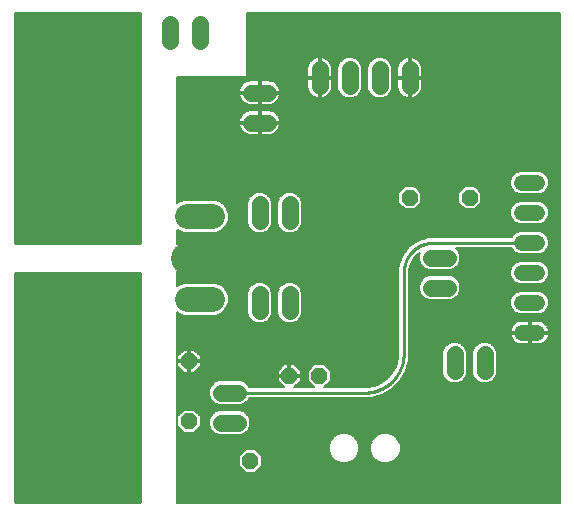
<source format=gbl>
G75*
%MOIN*%
%OFA0B0*%
%FSLAX25Y25*%
%IPPOS*%
%LPD*%
%AMOC8*
5,1,8,0,0,1.08239X$1,22.5*
%
%ADD10C,0.05600*%
%ADD11OC8,0.05200*%
%ADD12R,0.34449X0.20472*%
%ADD13C,0.35433*%
%ADD14C,0.08400*%
%ADD15C,0.05200*%
%ADD16C,0.01000*%
%ADD17C,0.03569*%
%ADD18C,0.00600*%
%ADD19C,0.11000*%
%ADD20C,0.25591*%
%ADD21C,0.05315*%
D10*
X0074137Y0034732D02*
X0079737Y0034732D01*
X0079737Y0044732D02*
X0074137Y0044732D01*
X0086937Y0071932D02*
X0086937Y0077532D01*
X0096937Y0077532D02*
X0096937Y0071932D01*
X0096937Y0101932D02*
X0096937Y0107532D01*
X0086937Y0107532D02*
X0086937Y0101932D01*
X0089737Y0134732D02*
X0084137Y0134732D01*
X0084137Y0144732D02*
X0089737Y0144732D01*
X0106937Y0146932D02*
X0106937Y0152532D01*
X0116937Y0152532D02*
X0116937Y0146932D01*
X0126937Y0146932D02*
X0126937Y0152532D01*
X0136937Y0152532D02*
X0136937Y0146932D01*
X0144137Y0089732D02*
X0149737Y0089732D01*
X0149737Y0079732D02*
X0144137Y0079732D01*
X0151937Y0057532D02*
X0151937Y0051932D01*
X0161937Y0051932D02*
X0161937Y0057532D01*
X0066937Y0161932D02*
X0066937Y0167532D01*
X0056937Y0167532D02*
X0056937Y0161932D01*
D11*
X0136937Y0109732D03*
X0156937Y0109732D03*
X0106789Y0050337D03*
X0096789Y0050337D03*
X0083834Y0022013D03*
X0063413Y0035211D03*
X0043834Y0022013D03*
X0063413Y0055211D03*
D12*
X0026937Y0068472D03*
X0026937Y0110992D03*
D13*
X0026937Y0142232D03*
X0026937Y0037232D03*
D14*
X0062737Y0075952D02*
X0071137Y0075952D01*
X0071137Y0089732D02*
X0062737Y0089732D01*
X0062737Y0103511D02*
X0071137Y0103511D01*
D15*
X0174337Y0104732D02*
X0179537Y0104732D01*
X0179537Y0094732D02*
X0174337Y0094732D01*
X0174337Y0084732D02*
X0179537Y0084732D01*
X0179537Y0074732D02*
X0174337Y0074732D01*
X0174337Y0064732D02*
X0179537Y0064732D01*
X0179537Y0114732D02*
X0174337Y0114732D01*
D16*
X0005437Y0084732D02*
X0005437Y0008232D01*
X0046937Y0008232D01*
X0046937Y0084732D01*
X0005437Y0084732D01*
X0005437Y0084605D02*
X0046937Y0084605D01*
X0046937Y0083607D02*
X0005437Y0083607D01*
X0005437Y0082608D02*
X0046937Y0082608D01*
X0046937Y0081610D02*
X0005437Y0081610D01*
X0005437Y0080611D02*
X0046937Y0080611D01*
X0046937Y0079613D02*
X0005437Y0079613D01*
X0005437Y0078614D02*
X0046937Y0078614D01*
X0046937Y0077616D02*
X0005437Y0077616D01*
X0005437Y0076617D02*
X0046937Y0076617D01*
X0046937Y0075619D02*
X0005437Y0075619D01*
X0005437Y0074620D02*
X0046937Y0074620D01*
X0046937Y0073622D02*
X0005437Y0073622D01*
X0005437Y0072623D02*
X0046937Y0072623D01*
X0046937Y0071625D02*
X0005437Y0071625D01*
X0005437Y0070626D02*
X0046937Y0070626D01*
X0046937Y0069628D02*
X0005437Y0069628D01*
X0005437Y0068629D02*
X0046937Y0068629D01*
X0046937Y0067631D02*
X0005437Y0067631D01*
X0005437Y0066632D02*
X0046937Y0066632D01*
X0046937Y0065634D02*
X0005437Y0065634D01*
X0005437Y0064635D02*
X0046937Y0064635D01*
X0046937Y0063637D02*
X0005437Y0063637D01*
X0005437Y0062638D02*
X0046937Y0062638D01*
X0046937Y0061640D02*
X0005437Y0061640D01*
X0005437Y0060641D02*
X0046937Y0060641D01*
X0046937Y0059643D02*
X0005437Y0059643D01*
X0005437Y0058644D02*
X0046937Y0058644D01*
X0046937Y0057645D02*
X0005437Y0057645D01*
X0005437Y0056647D02*
X0046937Y0056647D01*
X0046937Y0055648D02*
X0005437Y0055648D01*
X0005437Y0054650D02*
X0046937Y0054650D01*
X0046937Y0053651D02*
X0005437Y0053651D01*
X0005437Y0052653D02*
X0046937Y0052653D01*
X0046937Y0051654D02*
X0005437Y0051654D01*
X0005437Y0050656D02*
X0046937Y0050656D01*
X0046937Y0049657D02*
X0005437Y0049657D01*
X0005437Y0048659D02*
X0046937Y0048659D01*
X0046937Y0047660D02*
X0005437Y0047660D01*
X0005437Y0046662D02*
X0046937Y0046662D01*
X0046937Y0045663D02*
X0005437Y0045663D01*
X0005437Y0044665D02*
X0046937Y0044665D01*
X0046937Y0043666D02*
X0005437Y0043666D01*
X0005437Y0042668D02*
X0046937Y0042668D01*
X0046937Y0041669D02*
X0005437Y0041669D01*
X0005437Y0040671D02*
X0046937Y0040671D01*
X0046937Y0039672D02*
X0005437Y0039672D01*
X0005437Y0038674D02*
X0046937Y0038674D01*
X0046937Y0037675D02*
X0005437Y0037675D01*
X0005437Y0036677D02*
X0046937Y0036677D01*
X0046937Y0035678D02*
X0005437Y0035678D01*
X0005437Y0034680D02*
X0046937Y0034680D01*
X0046937Y0033681D02*
X0005437Y0033681D01*
X0005437Y0032683D02*
X0046937Y0032683D01*
X0046937Y0031684D02*
X0005437Y0031684D01*
X0005437Y0030686D02*
X0046937Y0030686D01*
X0046937Y0029687D02*
X0005437Y0029687D01*
X0005437Y0028689D02*
X0046937Y0028689D01*
X0046937Y0027690D02*
X0005437Y0027690D01*
X0005437Y0026692D02*
X0046937Y0026692D01*
X0046937Y0025693D02*
X0005437Y0025693D01*
X0005437Y0024695D02*
X0046937Y0024695D01*
X0046937Y0023696D02*
X0005437Y0023696D01*
X0005437Y0022698D02*
X0046937Y0022698D01*
X0046937Y0021699D02*
X0005437Y0021699D01*
X0005437Y0020701D02*
X0046937Y0020701D01*
X0046937Y0019702D02*
X0005437Y0019702D01*
X0005437Y0018704D02*
X0046937Y0018704D01*
X0046937Y0017705D02*
X0005437Y0017705D01*
X0005437Y0016707D02*
X0046937Y0016707D01*
X0046937Y0015708D02*
X0005437Y0015708D01*
X0005437Y0014710D02*
X0046937Y0014710D01*
X0046937Y0013711D02*
X0005437Y0013711D01*
X0005437Y0012712D02*
X0046937Y0012712D01*
X0046937Y0011714D02*
X0005437Y0011714D01*
X0005437Y0010715D02*
X0046937Y0010715D01*
X0046937Y0009717D02*
X0005437Y0009717D01*
X0005437Y0008718D02*
X0046937Y0008718D01*
X0076937Y0044732D02*
X0121937Y0044732D01*
X0122251Y0044736D01*
X0122565Y0044747D01*
X0122879Y0044766D01*
X0123192Y0044793D01*
X0123504Y0044827D01*
X0123815Y0044868D01*
X0124126Y0044918D01*
X0124435Y0044974D01*
X0124742Y0045038D01*
X0125048Y0045110D01*
X0125352Y0045189D01*
X0125654Y0045275D01*
X0125954Y0045368D01*
X0126252Y0045469D01*
X0126547Y0045577D01*
X0126839Y0045692D01*
X0127129Y0045814D01*
X0127415Y0045943D01*
X0127698Y0046078D01*
X0127978Y0046221D01*
X0128255Y0046370D01*
X0128527Y0046526D01*
X0128796Y0046689D01*
X0129061Y0046858D01*
X0129322Y0047033D01*
X0129578Y0047215D01*
X0129830Y0047402D01*
X0130077Y0047596D01*
X0130320Y0047796D01*
X0130558Y0048001D01*
X0130790Y0048213D01*
X0131018Y0048429D01*
X0131240Y0048651D01*
X0131456Y0048879D01*
X0131668Y0049111D01*
X0131873Y0049349D01*
X0132073Y0049592D01*
X0132267Y0049839D01*
X0132454Y0050091D01*
X0132636Y0050347D01*
X0132811Y0050608D01*
X0132980Y0050873D01*
X0133143Y0051142D01*
X0133299Y0051414D01*
X0133448Y0051691D01*
X0133591Y0051971D01*
X0133726Y0052254D01*
X0133855Y0052540D01*
X0133977Y0052830D01*
X0134092Y0053122D01*
X0134200Y0053417D01*
X0134301Y0053715D01*
X0134394Y0054015D01*
X0134480Y0054317D01*
X0134559Y0054621D01*
X0134631Y0054927D01*
X0134695Y0055234D01*
X0134751Y0055543D01*
X0134801Y0055854D01*
X0134842Y0056165D01*
X0134876Y0056477D01*
X0134903Y0056790D01*
X0134922Y0057104D01*
X0134933Y0057418D01*
X0134937Y0057732D01*
X0134937Y0084732D01*
X0134940Y0084974D01*
X0134949Y0085215D01*
X0134963Y0085456D01*
X0134984Y0085697D01*
X0135010Y0085937D01*
X0135042Y0086177D01*
X0135080Y0086416D01*
X0135123Y0086653D01*
X0135173Y0086890D01*
X0135228Y0087125D01*
X0135288Y0087359D01*
X0135355Y0087591D01*
X0135426Y0087822D01*
X0135504Y0088051D01*
X0135587Y0088278D01*
X0135675Y0088503D01*
X0135769Y0088726D01*
X0135868Y0088946D01*
X0135973Y0089164D01*
X0136082Y0089379D01*
X0136197Y0089592D01*
X0136317Y0089802D01*
X0136442Y0090008D01*
X0136572Y0090212D01*
X0136707Y0090413D01*
X0136847Y0090610D01*
X0136991Y0090804D01*
X0137140Y0090994D01*
X0137294Y0091180D01*
X0137452Y0091363D01*
X0137614Y0091542D01*
X0137781Y0091717D01*
X0137952Y0091888D01*
X0138127Y0092055D01*
X0138306Y0092217D01*
X0138489Y0092375D01*
X0138675Y0092529D01*
X0138865Y0092678D01*
X0139059Y0092822D01*
X0139256Y0092962D01*
X0139457Y0093097D01*
X0139661Y0093227D01*
X0139867Y0093352D01*
X0140077Y0093472D01*
X0140290Y0093587D01*
X0140505Y0093696D01*
X0140723Y0093801D01*
X0140943Y0093900D01*
X0141166Y0093994D01*
X0141391Y0094082D01*
X0141618Y0094165D01*
X0141847Y0094243D01*
X0142078Y0094314D01*
X0142310Y0094381D01*
X0142544Y0094441D01*
X0142779Y0094496D01*
X0143016Y0094546D01*
X0143253Y0094589D01*
X0143492Y0094627D01*
X0143732Y0094659D01*
X0143972Y0094685D01*
X0144213Y0094706D01*
X0144454Y0094720D01*
X0144695Y0094729D01*
X0144937Y0094732D01*
X0176937Y0094732D01*
X0046937Y0094732D02*
X0046937Y0171192D01*
X0005437Y0171192D01*
X0005437Y0094732D01*
X0046937Y0094732D01*
X0046937Y0095589D02*
X0005437Y0095589D01*
X0005437Y0096587D02*
X0046937Y0096587D01*
X0046937Y0097586D02*
X0005437Y0097586D01*
X0005437Y0098584D02*
X0046937Y0098584D01*
X0046937Y0099583D02*
X0005437Y0099583D01*
X0005437Y0100581D02*
X0046937Y0100581D01*
X0046937Y0101580D02*
X0005437Y0101580D01*
X0005437Y0102579D02*
X0046937Y0102579D01*
X0046937Y0103577D02*
X0005437Y0103577D01*
X0005437Y0104576D02*
X0046937Y0104576D01*
X0046937Y0105574D02*
X0005437Y0105574D01*
X0005437Y0106573D02*
X0046937Y0106573D01*
X0046937Y0107571D02*
X0005437Y0107571D01*
X0005437Y0108570D02*
X0046937Y0108570D01*
X0046937Y0109568D02*
X0005437Y0109568D01*
X0005437Y0110567D02*
X0046937Y0110567D01*
X0046937Y0111565D02*
X0005437Y0111565D01*
X0005437Y0112564D02*
X0046937Y0112564D01*
X0046937Y0113562D02*
X0005437Y0113562D01*
X0005437Y0114561D02*
X0046937Y0114561D01*
X0046937Y0115559D02*
X0005437Y0115559D01*
X0005437Y0116558D02*
X0046937Y0116558D01*
X0046937Y0117556D02*
X0005437Y0117556D01*
X0005437Y0118555D02*
X0046937Y0118555D01*
X0046937Y0119553D02*
X0005437Y0119553D01*
X0005437Y0120552D02*
X0046937Y0120552D01*
X0046937Y0121550D02*
X0005437Y0121550D01*
X0005437Y0122549D02*
X0046937Y0122549D01*
X0046937Y0123547D02*
X0005437Y0123547D01*
X0005437Y0124546D02*
X0046937Y0124546D01*
X0046937Y0125544D02*
X0005437Y0125544D01*
X0005437Y0126543D02*
X0046937Y0126543D01*
X0046937Y0127541D02*
X0005437Y0127541D01*
X0005437Y0128540D02*
X0046937Y0128540D01*
X0046937Y0129538D02*
X0005437Y0129538D01*
X0005437Y0130537D02*
X0046937Y0130537D01*
X0046937Y0131535D02*
X0005437Y0131535D01*
X0005437Y0132534D02*
X0046937Y0132534D01*
X0046937Y0133532D02*
X0005437Y0133532D01*
X0005437Y0134531D02*
X0046937Y0134531D01*
X0046937Y0135529D02*
X0005437Y0135529D01*
X0005437Y0136528D02*
X0046937Y0136528D01*
X0046937Y0137526D02*
X0005437Y0137526D01*
X0005437Y0138525D02*
X0046937Y0138525D01*
X0046937Y0139523D02*
X0005437Y0139523D01*
X0005437Y0140522D02*
X0046937Y0140522D01*
X0046937Y0141520D02*
X0005437Y0141520D01*
X0005437Y0142519D02*
X0046937Y0142519D01*
X0046937Y0143517D02*
X0005437Y0143517D01*
X0005437Y0144516D02*
X0046937Y0144516D01*
X0046937Y0145514D02*
X0005437Y0145514D01*
X0005437Y0146513D02*
X0046937Y0146513D01*
X0046937Y0147512D02*
X0005437Y0147512D01*
X0005437Y0148510D02*
X0046937Y0148510D01*
X0046937Y0149509D02*
X0005437Y0149509D01*
X0005437Y0150507D02*
X0046937Y0150507D01*
X0046937Y0151506D02*
X0005437Y0151506D01*
X0005437Y0152504D02*
X0046937Y0152504D01*
X0046937Y0153503D02*
X0005437Y0153503D01*
X0005437Y0154501D02*
X0046937Y0154501D01*
X0046937Y0155500D02*
X0005437Y0155500D01*
X0005437Y0156498D02*
X0046937Y0156498D01*
X0046937Y0157497D02*
X0005437Y0157497D01*
X0005437Y0158495D02*
X0046937Y0158495D01*
X0046937Y0159494D02*
X0005437Y0159494D01*
X0005437Y0160492D02*
X0046937Y0160492D01*
X0046937Y0161491D02*
X0005437Y0161491D01*
X0005437Y0162489D02*
X0046937Y0162489D01*
X0046937Y0163488D02*
X0005437Y0163488D01*
X0005437Y0164486D02*
X0046937Y0164486D01*
X0046937Y0165485D02*
X0005437Y0165485D01*
X0005437Y0166483D02*
X0046937Y0166483D01*
X0046937Y0167482D02*
X0005437Y0167482D01*
X0005437Y0168480D02*
X0046937Y0168480D01*
X0046937Y0169479D02*
X0005437Y0169479D01*
X0005437Y0170477D02*
X0046937Y0170477D01*
D17*
X0041937Y0124732D03*
X0041937Y0119732D03*
X0036937Y0119732D03*
X0031937Y0119732D03*
X0026937Y0119732D03*
X0021937Y0119732D03*
X0016937Y0119732D03*
X0011937Y0119732D03*
X0011937Y0124732D03*
X0011937Y0059732D03*
X0016937Y0059732D03*
X0011937Y0054732D03*
X0021937Y0059732D03*
X0026937Y0059732D03*
X0031937Y0059732D03*
X0036937Y0059732D03*
X0041937Y0059732D03*
X0041937Y0054732D03*
X0125776Y0071935D03*
X0125776Y0075935D03*
D18*
X0133137Y0075743D02*
X0101037Y0075743D01*
X0101037Y0076341D02*
X0133137Y0076341D01*
X0133137Y0076940D02*
X0101037Y0076940D01*
X0101037Y0077538D02*
X0133137Y0077538D01*
X0133137Y0078137D02*
X0101037Y0078137D01*
X0101037Y0078347D02*
X0100413Y0079854D01*
X0099259Y0081008D01*
X0097753Y0081632D01*
X0096121Y0081632D01*
X0094615Y0081008D01*
X0093461Y0079854D01*
X0092837Y0078347D01*
X0092837Y0071116D01*
X0093461Y0069609D01*
X0094615Y0068456D01*
X0096121Y0067832D01*
X0097753Y0067832D01*
X0099259Y0068456D01*
X0100413Y0069609D01*
X0101037Y0071116D01*
X0101037Y0078347D01*
X0100876Y0078735D02*
X0133137Y0078735D01*
X0133137Y0079334D02*
X0100628Y0079334D01*
X0100335Y0079932D02*
X0133137Y0079932D01*
X0133137Y0080531D02*
X0099736Y0080531D01*
X0098966Y0081129D02*
X0133137Y0081129D01*
X0133137Y0081728D02*
X0059437Y0081728D01*
X0059437Y0082326D02*
X0133137Y0082326D01*
X0133137Y0082925D02*
X0059437Y0082925D01*
X0059437Y0083523D02*
X0133137Y0083523D01*
X0133137Y0084122D02*
X0059437Y0084122D01*
X0059437Y0084720D02*
X0060458Y0084720D01*
X0060626Y0084635D02*
X0061449Y0084367D01*
X0062304Y0084232D01*
X0066637Y0084232D01*
X0066637Y0089432D01*
X0059437Y0089432D01*
X0059437Y0090032D01*
X0066637Y0090032D01*
X0066637Y0095232D01*
X0062304Y0095232D01*
X0061449Y0095096D01*
X0060626Y0094829D01*
X0059854Y0094436D01*
X0059437Y0094133D01*
X0059437Y0099033D01*
X0059622Y0098849D01*
X0061643Y0098011D01*
X0072231Y0098011D01*
X0074252Y0098849D01*
X0075800Y0100396D01*
X0076637Y0102417D01*
X0076637Y0104605D01*
X0075800Y0106627D01*
X0074252Y0108174D01*
X0072231Y0109011D01*
X0061643Y0109011D01*
X0059622Y0108174D01*
X0059437Y0107990D01*
X0059437Y0149932D01*
X0082268Y0149932D01*
X0082737Y0150400D01*
X0082737Y0171392D01*
X0186937Y0171392D01*
X0186937Y0008032D01*
X0059437Y0008032D01*
X0059437Y0071474D01*
X0059622Y0071290D01*
X0061643Y0070452D01*
X0072231Y0070452D01*
X0074252Y0071290D01*
X0075800Y0072837D01*
X0076637Y0074858D01*
X0076637Y0077046D01*
X0075800Y0079068D01*
X0074252Y0080615D01*
X0072231Y0081452D01*
X0061643Y0081452D01*
X0059622Y0080615D01*
X0059437Y0080430D01*
X0059437Y0085331D01*
X0059854Y0085028D01*
X0060626Y0084635D01*
X0059454Y0085319D02*
X0059437Y0085319D01*
X0059437Y0089509D02*
X0066637Y0089509D01*
X0066637Y0089432D02*
X0066637Y0090032D01*
X0067237Y0090032D01*
X0067237Y0095232D01*
X0071570Y0095232D01*
X0072425Y0095096D01*
X0073248Y0094829D01*
X0074020Y0094436D01*
X0074720Y0093927D01*
X0075332Y0093315D01*
X0075841Y0092614D01*
X0076234Y0091843D01*
X0076502Y0091020D01*
X0076637Y0090165D01*
X0076637Y0090032D01*
X0067237Y0090032D01*
X0067237Y0089432D01*
X0076637Y0089432D01*
X0076637Y0089299D01*
X0076502Y0088444D01*
X0076234Y0087621D01*
X0075841Y0086849D01*
X0075332Y0086149D01*
X0074720Y0085537D01*
X0074020Y0085028D01*
X0073248Y0084635D01*
X0072425Y0084367D01*
X0071570Y0084232D01*
X0067237Y0084232D01*
X0067237Y0089432D01*
X0066637Y0089432D01*
X0066637Y0088910D02*
X0067237Y0088910D01*
X0067237Y0088312D02*
X0066637Y0088312D01*
X0066637Y0087713D02*
X0067237Y0087713D01*
X0067237Y0087114D02*
X0066637Y0087114D01*
X0066637Y0086516D02*
X0067237Y0086516D01*
X0067237Y0085917D02*
X0066637Y0085917D01*
X0066637Y0085319D02*
X0067237Y0085319D01*
X0067237Y0084720D02*
X0066637Y0084720D01*
X0067237Y0089509D02*
X0134082Y0089509D01*
X0134276Y0090107D02*
X0076637Y0090107D01*
X0076551Y0090706D02*
X0134692Y0090706D01*
X0134292Y0090156D02*
X0133137Y0086601D01*
X0133137Y0057732D01*
X0133041Y0056270D01*
X0132284Y0053446D01*
X0130823Y0050914D01*
X0128755Y0048846D01*
X0126223Y0047384D01*
X0123399Y0046628D01*
X0121937Y0046532D01*
X0108500Y0046532D01*
X0110689Y0048721D01*
X0110689Y0051952D01*
X0108404Y0054237D01*
X0105173Y0054237D01*
X0102889Y0051952D01*
X0102889Y0048721D01*
X0105078Y0046532D01*
X0098500Y0046532D01*
X0100689Y0048721D01*
X0100689Y0050037D01*
X0097089Y0050037D01*
X0097089Y0050637D01*
X0096489Y0050637D01*
X0096489Y0054237D01*
X0095173Y0054237D01*
X0092889Y0051952D01*
X0092889Y0050637D01*
X0096489Y0050637D01*
X0096489Y0050037D01*
X0092889Y0050037D01*
X0092889Y0048721D01*
X0095078Y0046532D01*
X0083429Y0046532D01*
X0083213Y0047054D01*
X0082059Y0048208D01*
X0080553Y0048832D01*
X0073321Y0048832D01*
X0071815Y0048208D01*
X0070661Y0047054D01*
X0070037Y0045547D01*
X0070037Y0043916D01*
X0070661Y0042409D01*
X0071815Y0041256D01*
X0073321Y0040632D01*
X0080553Y0040632D01*
X0082059Y0041256D01*
X0083213Y0042409D01*
X0083429Y0042932D01*
X0123885Y0042932D01*
X0127650Y0043940D01*
X0131024Y0045889D01*
X0131024Y0045889D01*
X0133780Y0048644D01*
X0133780Y0048644D01*
X0133780Y0048644D01*
X0135728Y0052019D01*
X0135728Y0052019D01*
X0136737Y0055783D01*
X0136737Y0084732D01*
X0136838Y0086015D01*
X0137631Y0088455D01*
X0139139Y0090530D01*
X0140414Y0091456D01*
X0140037Y0090547D01*
X0140037Y0088916D01*
X0140661Y0087409D01*
X0141815Y0086256D01*
X0143321Y0085632D01*
X0150553Y0085632D01*
X0152059Y0086256D01*
X0153213Y0087409D01*
X0153837Y0088916D01*
X0153837Y0090547D01*
X0153213Y0092054D01*
X0152335Y0092932D01*
X0170861Y0092932D01*
X0171031Y0092523D01*
X0172128Y0091426D01*
X0173561Y0090832D01*
X0180313Y0090832D01*
X0181746Y0091426D01*
X0182843Y0092523D01*
X0183437Y0093956D01*
X0183437Y0095508D01*
X0182843Y0096941D01*
X0181746Y0098038D01*
X0180313Y0098632D01*
X0173561Y0098632D01*
X0172128Y0098038D01*
X0171031Y0096941D01*
X0170861Y0096532D01*
X0143068Y0096532D01*
X0139513Y0095377D01*
X0136489Y0093180D01*
X0136489Y0093180D01*
X0136489Y0093180D01*
X0134292Y0090156D01*
X0134292Y0090156D01*
X0133887Y0088910D02*
X0076575Y0088910D01*
X0076459Y0088312D02*
X0133693Y0088312D01*
X0133498Y0087713D02*
X0076264Y0087713D01*
X0075976Y0087114D02*
X0133304Y0087114D01*
X0133137Y0086516D02*
X0075599Y0086516D01*
X0075101Y0085917D02*
X0133137Y0085917D01*
X0133137Y0085319D02*
X0074420Y0085319D01*
X0073416Y0084720D02*
X0133137Y0084720D01*
X0136737Y0084720D02*
X0170437Y0084720D01*
X0170437Y0084122D02*
X0136737Y0084122D01*
X0136737Y0083523D02*
X0142577Y0083523D01*
X0143321Y0083832D02*
X0141815Y0083208D01*
X0140661Y0082054D01*
X0140037Y0080547D01*
X0140037Y0078916D01*
X0140661Y0077409D01*
X0141815Y0076256D01*
X0143321Y0075632D01*
X0150553Y0075632D01*
X0152059Y0076256D01*
X0153213Y0077409D01*
X0153837Y0078916D01*
X0153837Y0080547D01*
X0153213Y0082054D01*
X0152059Y0083208D01*
X0150553Y0083832D01*
X0143321Y0083832D01*
X0141532Y0082925D02*
X0136737Y0082925D01*
X0136737Y0082326D02*
X0140933Y0082326D01*
X0140526Y0081728D02*
X0136737Y0081728D01*
X0136737Y0081129D02*
X0140278Y0081129D01*
X0140037Y0080531D02*
X0136737Y0080531D01*
X0136737Y0079932D02*
X0140037Y0079932D01*
X0140037Y0079334D02*
X0136737Y0079334D01*
X0136737Y0078735D02*
X0140112Y0078735D01*
X0140360Y0078137D02*
X0136737Y0078137D01*
X0136737Y0077538D02*
X0140608Y0077538D01*
X0141131Y0076940D02*
X0136737Y0076940D01*
X0136737Y0076341D02*
X0141729Y0076341D01*
X0143054Y0075743D02*
X0136737Y0075743D01*
X0136737Y0075144D02*
X0170437Y0075144D01*
X0170437Y0075508D02*
X0170437Y0073956D01*
X0171031Y0072523D01*
X0172128Y0071426D01*
X0173561Y0070832D01*
X0180313Y0070832D01*
X0181746Y0071426D01*
X0182843Y0072523D01*
X0183437Y0073956D01*
X0183437Y0075508D01*
X0182843Y0076941D01*
X0181746Y0078038D01*
X0180313Y0078632D01*
X0173561Y0078632D01*
X0172128Y0078038D01*
X0171031Y0076941D01*
X0170437Y0075508D01*
X0170534Y0075743D02*
X0150820Y0075743D01*
X0152145Y0076341D02*
X0170782Y0076341D01*
X0171030Y0076940D02*
X0152743Y0076940D01*
X0153266Y0077538D02*
X0171628Y0077538D01*
X0172366Y0078137D02*
X0153514Y0078137D01*
X0153762Y0078735D02*
X0186937Y0078735D01*
X0186937Y0078137D02*
X0181508Y0078137D01*
X0182246Y0077538D02*
X0186937Y0077538D01*
X0186937Y0076940D02*
X0182844Y0076940D01*
X0183092Y0076341D02*
X0186937Y0076341D01*
X0186937Y0075743D02*
X0183340Y0075743D01*
X0183437Y0075144D02*
X0186937Y0075144D01*
X0186937Y0074546D02*
X0183437Y0074546D01*
X0183433Y0073947D02*
X0186937Y0073947D01*
X0186937Y0073349D02*
X0183185Y0073349D01*
X0182938Y0072750D02*
X0186937Y0072750D01*
X0186937Y0072152D02*
X0182472Y0072152D01*
X0181874Y0071553D02*
X0186937Y0071553D01*
X0186937Y0070955D02*
X0180609Y0070955D01*
X0180279Y0068561D02*
X0186937Y0068561D01*
X0186937Y0069159D02*
X0136737Y0069159D01*
X0136737Y0068561D02*
X0173595Y0068561D01*
X0173953Y0068632D02*
X0173199Y0068482D01*
X0172490Y0068188D01*
X0171851Y0067761D01*
X0171308Y0067218D01*
X0170881Y0066579D01*
X0170587Y0065869D01*
X0170437Y0065116D01*
X0170437Y0065032D01*
X0176637Y0065032D01*
X0176637Y0068632D01*
X0173953Y0068632D01*
X0172152Y0067962D02*
X0136737Y0067962D01*
X0136737Y0067364D02*
X0171453Y0067364D01*
X0171005Y0066765D02*
X0136737Y0066765D01*
X0136737Y0066167D02*
X0170710Y0066167D01*
X0170527Y0065568D02*
X0136737Y0065568D01*
X0136737Y0064970D02*
X0176637Y0064970D01*
X0176637Y0065032D02*
X0176637Y0064432D01*
X0170437Y0064432D01*
X0170437Y0064348D01*
X0170587Y0063594D01*
X0170881Y0062884D01*
X0171308Y0062246D01*
X0171851Y0061703D01*
X0172490Y0061276D01*
X0173199Y0060982D01*
X0173953Y0060832D01*
X0176637Y0060832D01*
X0176637Y0064432D01*
X0177237Y0064432D01*
X0177237Y0065032D01*
X0176637Y0065032D01*
X0176637Y0065568D02*
X0177237Y0065568D01*
X0177237Y0065032D02*
X0177237Y0068632D01*
X0179921Y0068632D01*
X0180675Y0068482D01*
X0181384Y0068188D01*
X0182023Y0067761D01*
X0182566Y0067218D01*
X0182993Y0066579D01*
X0183287Y0065869D01*
X0183437Y0065116D01*
X0183437Y0065032D01*
X0177237Y0065032D01*
X0177237Y0064970D02*
X0186937Y0064970D01*
X0186937Y0065568D02*
X0183347Y0065568D01*
X0183164Y0066167D02*
X0186937Y0066167D01*
X0186937Y0066765D02*
X0182869Y0066765D01*
X0182421Y0067364D02*
X0186937Y0067364D01*
X0186937Y0067962D02*
X0181722Y0067962D01*
X0183437Y0064432D02*
X0177237Y0064432D01*
X0177237Y0060832D01*
X0179921Y0060832D01*
X0180675Y0060982D01*
X0181384Y0061276D01*
X0182023Y0061703D01*
X0182566Y0062246D01*
X0182993Y0062884D01*
X0183287Y0063594D01*
X0183437Y0064348D01*
X0183437Y0064432D01*
X0183437Y0064371D02*
X0186937Y0064371D01*
X0186937Y0063773D02*
X0183323Y0063773D01*
X0183113Y0063174D02*
X0186937Y0063174D01*
X0186937Y0062576D02*
X0182787Y0062576D01*
X0182298Y0061977D02*
X0186937Y0061977D01*
X0186937Y0061379D02*
X0181538Y0061379D01*
X0177237Y0061379D02*
X0176637Y0061379D01*
X0176637Y0061977D02*
X0177237Y0061977D01*
X0177237Y0062576D02*
X0176637Y0062576D01*
X0176637Y0063174D02*
X0177237Y0063174D01*
X0177237Y0063773D02*
X0176637Y0063773D01*
X0176637Y0064371D02*
X0177237Y0064371D01*
X0177237Y0066167D02*
X0176637Y0066167D01*
X0176637Y0066765D02*
X0177237Y0066765D01*
X0177237Y0067364D02*
X0176637Y0067364D01*
X0176637Y0067962D02*
X0177237Y0067962D01*
X0177237Y0068561D02*
X0176637Y0068561D01*
X0173265Y0070955D02*
X0136737Y0070955D01*
X0136737Y0071553D02*
X0172000Y0071553D01*
X0171402Y0072152D02*
X0136737Y0072152D01*
X0136737Y0072750D02*
X0170936Y0072750D01*
X0170689Y0073349D02*
X0136737Y0073349D01*
X0136737Y0073947D02*
X0170441Y0073947D01*
X0170437Y0074546D02*
X0136737Y0074546D01*
X0133137Y0074546D02*
X0101037Y0074546D01*
X0101037Y0075144D02*
X0133137Y0075144D01*
X0133137Y0073947D02*
X0101037Y0073947D01*
X0101037Y0073349D02*
X0133137Y0073349D01*
X0133137Y0072750D02*
X0101037Y0072750D01*
X0101037Y0072152D02*
X0133137Y0072152D01*
X0133137Y0071553D02*
X0101037Y0071553D01*
X0100970Y0070955D02*
X0133137Y0070955D01*
X0133137Y0070356D02*
X0100722Y0070356D01*
X0100474Y0069758D02*
X0133137Y0069758D01*
X0133137Y0069159D02*
X0099963Y0069159D01*
X0099364Y0068561D02*
X0133137Y0068561D01*
X0133137Y0067962D02*
X0098067Y0067962D01*
X0095807Y0067962D02*
X0088067Y0067962D01*
X0087753Y0067832D02*
X0089259Y0068456D01*
X0090413Y0069609D01*
X0091037Y0071116D01*
X0091037Y0078347D01*
X0090413Y0079854D01*
X0089259Y0081008D01*
X0087753Y0081632D01*
X0086121Y0081632D01*
X0084615Y0081008D01*
X0083461Y0079854D01*
X0082837Y0078347D01*
X0082837Y0071116D01*
X0083461Y0069609D01*
X0084615Y0068456D01*
X0086121Y0067832D01*
X0087753Y0067832D01*
X0089364Y0068561D02*
X0094510Y0068561D01*
X0093911Y0069159D02*
X0089963Y0069159D01*
X0090474Y0069758D02*
X0093400Y0069758D01*
X0093152Y0070356D02*
X0090722Y0070356D01*
X0090970Y0070955D02*
X0092904Y0070955D01*
X0092837Y0071553D02*
X0091037Y0071553D01*
X0091037Y0072152D02*
X0092837Y0072152D01*
X0092837Y0072750D02*
X0091037Y0072750D01*
X0091037Y0073349D02*
X0092837Y0073349D01*
X0092837Y0073947D02*
X0091037Y0073947D01*
X0091037Y0074546D02*
X0092837Y0074546D01*
X0092837Y0075144D02*
X0091037Y0075144D01*
X0091037Y0075743D02*
X0092837Y0075743D01*
X0092837Y0076341D02*
X0091037Y0076341D01*
X0091037Y0076940D02*
X0092837Y0076940D01*
X0092837Y0077538D02*
X0091037Y0077538D01*
X0091037Y0078137D02*
X0092837Y0078137D01*
X0092998Y0078735D02*
X0090876Y0078735D01*
X0090628Y0079334D02*
X0093246Y0079334D01*
X0093539Y0079932D02*
X0090335Y0079932D01*
X0089736Y0080531D02*
X0094138Y0080531D01*
X0094908Y0081129D02*
X0088966Y0081129D01*
X0084908Y0081129D02*
X0073011Y0081129D01*
X0074337Y0080531D02*
X0084138Y0080531D01*
X0083539Y0079932D02*
X0074935Y0079932D01*
X0075534Y0079334D02*
X0083246Y0079334D01*
X0082998Y0078735D02*
X0075937Y0078735D01*
X0076185Y0078137D02*
X0082837Y0078137D01*
X0082837Y0077538D02*
X0076433Y0077538D01*
X0076637Y0076940D02*
X0082837Y0076940D01*
X0082837Y0076341D02*
X0076637Y0076341D01*
X0076637Y0075743D02*
X0082837Y0075743D01*
X0082837Y0075144D02*
X0076637Y0075144D01*
X0076508Y0074546D02*
X0082837Y0074546D01*
X0082837Y0073947D02*
X0076260Y0073947D01*
X0076012Y0073349D02*
X0082837Y0073349D01*
X0082837Y0072750D02*
X0075713Y0072750D01*
X0075115Y0072152D02*
X0082837Y0072152D01*
X0082837Y0071553D02*
X0074516Y0071553D01*
X0073444Y0070955D02*
X0082904Y0070955D01*
X0083152Y0070356D02*
X0059437Y0070356D01*
X0059437Y0069758D02*
X0083400Y0069758D01*
X0083911Y0069159D02*
X0059437Y0069159D01*
X0059437Y0068561D02*
X0084510Y0068561D01*
X0085807Y0067962D02*
X0059437Y0067962D01*
X0059437Y0067364D02*
X0133137Y0067364D01*
X0133137Y0066765D02*
X0059437Y0066765D01*
X0059437Y0066167D02*
X0133137Y0066167D01*
X0133137Y0065568D02*
X0059437Y0065568D01*
X0059437Y0064970D02*
X0133137Y0064970D01*
X0133137Y0064371D02*
X0059437Y0064371D01*
X0059437Y0063773D02*
X0133137Y0063773D01*
X0133137Y0063174D02*
X0059437Y0063174D01*
X0059437Y0062576D02*
X0133137Y0062576D01*
X0133137Y0061977D02*
X0059437Y0061977D01*
X0059437Y0061379D02*
X0133137Y0061379D01*
X0133137Y0060780D02*
X0059437Y0060780D01*
X0059437Y0060181D02*
X0133137Y0060181D01*
X0133137Y0059583D02*
X0059437Y0059583D01*
X0059437Y0058984D02*
X0061672Y0058984D01*
X0061798Y0059111D02*
X0059513Y0056826D01*
X0059513Y0055511D01*
X0063113Y0055511D01*
X0063113Y0054911D01*
X0059513Y0054911D01*
X0059513Y0053595D01*
X0061798Y0051311D01*
X0063113Y0051311D01*
X0063113Y0054911D01*
X0063713Y0054911D01*
X0063713Y0051311D01*
X0065029Y0051311D01*
X0067313Y0053595D01*
X0067313Y0054911D01*
X0063713Y0054911D01*
X0063713Y0055511D01*
X0063113Y0055511D01*
X0063113Y0059111D01*
X0061798Y0059111D01*
X0061073Y0058386D02*
X0059437Y0058386D01*
X0059437Y0057787D02*
X0060475Y0057787D01*
X0059876Y0057189D02*
X0059437Y0057189D01*
X0059437Y0056590D02*
X0059513Y0056590D01*
X0059513Y0055992D02*
X0059437Y0055992D01*
X0059437Y0055393D02*
X0063113Y0055393D01*
X0063113Y0054795D02*
X0063713Y0054795D01*
X0063713Y0055393D02*
X0132806Y0055393D01*
X0132646Y0054795D02*
X0067313Y0054795D01*
X0067313Y0054196D02*
X0095133Y0054196D01*
X0094535Y0053598D02*
X0067313Y0053598D01*
X0066717Y0052999D02*
X0093936Y0052999D01*
X0093338Y0052401D02*
X0066119Y0052401D01*
X0065520Y0051802D02*
X0092889Y0051802D01*
X0092889Y0051204D02*
X0059437Y0051204D01*
X0059437Y0051802D02*
X0061306Y0051802D01*
X0060708Y0052401D02*
X0059437Y0052401D01*
X0059437Y0052999D02*
X0060109Y0052999D01*
X0059513Y0053598D02*
X0059437Y0053598D01*
X0059437Y0054196D02*
X0059513Y0054196D01*
X0059513Y0054795D02*
X0059437Y0054795D01*
X0063113Y0054196D02*
X0063713Y0054196D01*
X0063713Y0053598D02*
X0063113Y0053598D01*
X0063113Y0052999D02*
X0063713Y0052999D01*
X0063713Y0052401D02*
X0063113Y0052401D01*
X0063113Y0051802D02*
X0063713Y0051802D01*
X0063713Y0055511D02*
X0067313Y0055511D01*
X0067313Y0056826D01*
X0065029Y0059111D01*
X0063713Y0059111D01*
X0063713Y0055511D01*
X0063713Y0055992D02*
X0063113Y0055992D01*
X0063113Y0056590D02*
X0063713Y0056590D01*
X0063713Y0057189D02*
X0063113Y0057189D01*
X0063113Y0057787D02*
X0063713Y0057787D01*
X0063713Y0058386D02*
X0063113Y0058386D01*
X0063113Y0058984D02*
X0063713Y0058984D01*
X0065155Y0058984D02*
X0133137Y0058984D01*
X0133137Y0058386D02*
X0065754Y0058386D01*
X0066352Y0057787D02*
X0133137Y0057787D01*
X0133101Y0057189D02*
X0066951Y0057189D01*
X0067313Y0056590D02*
X0133062Y0056590D01*
X0132967Y0055992D02*
X0067313Y0055992D01*
X0059437Y0050605D02*
X0096489Y0050605D01*
X0096489Y0051204D02*
X0097089Y0051204D01*
X0097089Y0050637D02*
X0097089Y0054237D01*
X0098404Y0054237D01*
X0100689Y0051952D01*
X0100689Y0050637D01*
X0097089Y0050637D01*
X0097089Y0050605D02*
X0102889Y0050605D01*
X0102889Y0050007D02*
X0100689Y0050007D01*
X0100689Y0049408D02*
X0102889Y0049408D01*
X0102889Y0048810D02*
X0100689Y0048810D01*
X0100179Y0048211D02*
X0103399Y0048211D01*
X0103997Y0047613D02*
X0099580Y0047613D01*
X0098982Y0047014D02*
X0104596Y0047014D01*
X0108982Y0047014D02*
X0124842Y0047014D01*
X0126619Y0047613D02*
X0109580Y0047613D01*
X0110179Y0048211D02*
X0127655Y0048211D01*
X0128692Y0048810D02*
X0110689Y0048810D01*
X0110689Y0049408D02*
X0129317Y0049408D01*
X0129916Y0050007D02*
X0110689Y0050007D01*
X0110689Y0050605D02*
X0130514Y0050605D01*
X0130990Y0051204D02*
X0110689Y0051204D01*
X0110689Y0051802D02*
X0131336Y0051802D01*
X0131681Y0052401D02*
X0110240Y0052401D01*
X0109641Y0052999D02*
X0132027Y0052999D01*
X0132325Y0053598D02*
X0109043Y0053598D01*
X0108444Y0054196D02*
X0132486Y0054196D01*
X0135991Y0052999D02*
X0147837Y0052999D01*
X0147837Y0052401D02*
X0135831Y0052401D01*
X0135603Y0051802D02*
X0147837Y0051802D01*
X0147837Y0051204D02*
X0135258Y0051204D01*
X0134912Y0050605D02*
X0148049Y0050605D01*
X0147837Y0051116D02*
X0148461Y0049609D01*
X0149615Y0048456D01*
X0151121Y0047832D01*
X0152753Y0047832D01*
X0154259Y0048456D01*
X0155413Y0049609D01*
X0156037Y0051116D01*
X0156037Y0058347D01*
X0155413Y0059854D01*
X0154259Y0061008D01*
X0152753Y0061632D01*
X0151121Y0061632D01*
X0149615Y0061008D01*
X0148461Y0059854D01*
X0147837Y0058347D01*
X0147837Y0051116D01*
X0148297Y0050007D02*
X0134566Y0050007D01*
X0134221Y0049408D02*
X0148662Y0049408D01*
X0149261Y0048810D02*
X0133875Y0048810D01*
X0133347Y0048211D02*
X0150205Y0048211D01*
X0153669Y0048211D02*
X0160205Y0048211D01*
X0159615Y0048456D02*
X0161121Y0047832D01*
X0162753Y0047832D01*
X0164259Y0048456D01*
X0165413Y0049609D01*
X0166037Y0051116D01*
X0166037Y0058347D01*
X0165413Y0059854D01*
X0164259Y0061008D01*
X0162753Y0061632D01*
X0161121Y0061632D01*
X0159615Y0061008D01*
X0158461Y0059854D01*
X0157837Y0058347D01*
X0157837Y0051116D01*
X0158461Y0049609D01*
X0159615Y0048456D01*
X0159261Y0048810D02*
X0154613Y0048810D01*
X0155212Y0049408D02*
X0158662Y0049408D01*
X0158297Y0050007D02*
X0155577Y0050007D01*
X0155825Y0050605D02*
X0158049Y0050605D01*
X0157837Y0051204D02*
X0156037Y0051204D01*
X0156037Y0051802D02*
X0157837Y0051802D01*
X0157837Y0052401D02*
X0156037Y0052401D01*
X0156037Y0052999D02*
X0157837Y0052999D01*
X0157837Y0053598D02*
X0156037Y0053598D01*
X0156037Y0054196D02*
X0157837Y0054196D01*
X0157837Y0054795D02*
X0156037Y0054795D01*
X0156037Y0055393D02*
X0157837Y0055393D01*
X0157837Y0055992D02*
X0156037Y0055992D01*
X0156037Y0056590D02*
X0157837Y0056590D01*
X0157837Y0057189D02*
X0156037Y0057189D01*
X0156037Y0057787D02*
X0157837Y0057787D01*
X0157853Y0058386D02*
X0156021Y0058386D01*
X0155773Y0058984D02*
X0158101Y0058984D01*
X0158349Y0059583D02*
X0155525Y0059583D01*
X0155086Y0060181D02*
X0158788Y0060181D01*
X0159387Y0060780D02*
X0154487Y0060780D01*
X0153364Y0061379D02*
X0160510Y0061379D01*
X0163364Y0061379D02*
X0172336Y0061379D01*
X0171576Y0061977D02*
X0136737Y0061977D01*
X0136737Y0061379D02*
X0150510Y0061379D01*
X0149387Y0060780D02*
X0136737Y0060780D01*
X0136737Y0060181D02*
X0148788Y0060181D01*
X0148349Y0059583D02*
X0136737Y0059583D01*
X0136737Y0058984D02*
X0148101Y0058984D01*
X0147853Y0058386D02*
X0136737Y0058386D01*
X0136737Y0057787D02*
X0147837Y0057787D01*
X0147837Y0057189D02*
X0136737Y0057189D01*
X0136737Y0056590D02*
X0147837Y0056590D01*
X0147837Y0055992D02*
X0136737Y0055992D01*
X0136632Y0055393D02*
X0147837Y0055393D01*
X0147837Y0054795D02*
X0136472Y0054795D01*
X0136312Y0054196D02*
X0147837Y0054196D01*
X0147837Y0053598D02*
X0136151Y0053598D01*
X0132748Y0047613D02*
X0186937Y0047613D01*
X0186937Y0048211D02*
X0163669Y0048211D01*
X0164613Y0048810D02*
X0186937Y0048810D01*
X0186937Y0049408D02*
X0165212Y0049408D01*
X0165577Y0050007D02*
X0186937Y0050007D01*
X0186937Y0050605D02*
X0165825Y0050605D01*
X0166037Y0051204D02*
X0186937Y0051204D01*
X0186937Y0051802D02*
X0166037Y0051802D01*
X0166037Y0052401D02*
X0186937Y0052401D01*
X0186937Y0052999D02*
X0166037Y0052999D01*
X0166037Y0053598D02*
X0186937Y0053598D01*
X0186937Y0054196D02*
X0166037Y0054196D01*
X0166037Y0054795D02*
X0186937Y0054795D01*
X0186937Y0055393D02*
X0166037Y0055393D01*
X0166037Y0055992D02*
X0186937Y0055992D01*
X0186937Y0056590D02*
X0166037Y0056590D01*
X0166037Y0057189D02*
X0186937Y0057189D01*
X0186937Y0057787D02*
X0166037Y0057787D01*
X0166021Y0058386D02*
X0186937Y0058386D01*
X0186937Y0058984D02*
X0165773Y0058984D01*
X0165525Y0059583D02*
X0186937Y0059583D01*
X0186937Y0060181D02*
X0165086Y0060181D01*
X0164487Y0060780D02*
X0186937Y0060780D01*
X0186937Y0069758D02*
X0136737Y0069758D01*
X0136737Y0070356D02*
X0186937Y0070356D01*
X0186937Y0079334D02*
X0153837Y0079334D01*
X0153837Y0079932D02*
X0186937Y0079932D01*
X0186937Y0080531D02*
X0153837Y0080531D01*
X0153596Y0081129D02*
X0172843Y0081129D01*
X0172128Y0081426D02*
X0173561Y0080832D01*
X0180313Y0080832D01*
X0181746Y0081426D01*
X0182843Y0082523D01*
X0183437Y0083956D01*
X0183437Y0085508D01*
X0182843Y0086941D01*
X0181746Y0088038D01*
X0180313Y0088632D01*
X0173561Y0088632D01*
X0172128Y0088038D01*
X0171031Y0086941D01*
X0170437Y0085508D01*
X0170437Y0083956D01*
X0171031Y0082523D01*
X0172128Y0081426D01*
X0171826Y0081728D02*
X0153348Y0081728D01*
X0152941Y0082326D02*
X0171227Y0082326D01*
X0170864Y0082925D02*
X0152342Y0082925D01*
X0151297Y0083523D02*
X0170616Y0083523D01*
X0170437Y0085319D02*
X0136783Y0085319D01*
X0136830Y0085917D02*
X0142632Y0085917D01*
X0141555Y0086516D02*
X0137001Y0086516D01*
X0137195Y0087114D02*
X0140956Y0087114D01*
X0140535Y0087713D02*
X0137390Y0087713D01*
X0137584Y0088312D02*
X0140288Y0088312D01*
X0140040Y0088910D02*
X0137962Y0088910D01*
X0138396Y0089509D02*
X0140037Y0089509D01*
X0140037Y0090107D02*
X0138831Y0090107D01*
X0139380Y0090706D02*
X0140103Y0090706D01*
X0140204Y0091304D02*
X0140350Y0091304D01*
X0138026Y0094297D02*
X0074211Y0094297D01*
X0074949Y0093698D02*
X0137203Y0093698D01*
X0136431Y0093100D02*
X0075489Y0093100D01*
X0075899Y0092501D02*
X0135996Y0092501D01*
X0135561Y0091903D02*
X0076204Y0091903D01*
X0076409Y0091304D02*
X0135126Y0091304D01*
X0138850Y0094895D02*
X0073044Y0094895D01*
X0073377Y0098486D02*
X0084584Y0098486D01*
X0084615Y0098456D02*
X0086121Y0097832D01*
X0087753Y0097832D01*
X0089259Y0098456D01*
X0090413Y0099609D01*
X0091037Y0101116D01*
X0091037Y0108347D01*
X0090413Y0109854D01*
X0089259Y0111008D01*
X0087753Y0111632D01*
X0086121Y0111632D01*
X0084615Y0111008D01*
X0083461Y0109854D01*
X0082837Y0108347D01*
X0082837Y0101116D01*
X0083461Y0099609D01*
X0084615Y0098456D01*
X0083986Y0099085D02*
X0074489Y0099085D01*
X0075087Y0099683D02*
X0083431Y0099683D01*
X0083183Y0100282D02*
X0075686Y0100282D01*
X0076000Y0100880D02*
X0082935Y0100880D01*
X0082837Y0101479D02*
X0076248Y0101479D01*
X0076496Y0102077D02*
X0082837Y0102077D01*
X0082837Y0102676D02*
X0076637Y0102676D01*
X0076637Y0103274D02*
X0082837Y0103274D01*
X0082837Y0103873D02*
X0076637Y0103873D01*
X0076637Y0104471D02*
X0082837Y0104471D01*
X0082837Y0105070D02*
X0076445Y0105070D01*
X0076197Y0105668D02*
X0082837Y0105668D01*
X0082837Y0106267D02*
X0075949Y0106267D01*
X0075561Y0106865D02*
X0082837Y0106865D01*
X0082837Y0107464D02*
X0074963Y0107464D01*
X0074364Y0108062D02*
X0082837Y0108062D01*
X0082967Y0108661D02*
X0073077Y0108661D01*
X0083215Y0109259D02*
X0059437Y0109259D01*
X0059437Y0108661D02*
X0060797Y0108661D01*
X0059510Y0108062D02*
X0059437Y0108062D01*
X0059437Y0109858D02*
X0083465Y0109858D01*
X0084063Y0110456D02*
X0059437Y0110456D01*
X0059437Y0111055D02*
X0084729Y0111055D01*
X0089145Y0111055D02*
X0094729Y0111055D01*
X0094615Y0111008D02*
X0093461Y0109854D01*
X0092837Y0108347D01*
X0092837Y0101116D01*
X0093461Y0099609D01*
X0094615Y0098456D01*
X0096121Y0097832D01*
X0097753Y0097832D01*
X0099259Y0098456D01*
X0100413Y0099609D01*
X0101037Y0101116D01*
X0101037Y0108347D01*
X0100413Y0109854D01*
X0099259Y0111008D01*
X0097753Y0111632D01*
X0096121Y0111632D01*
X0094615Y0111008D01*
X0094063Y0110456D02*
X0089811Y0110456D01*
X0090409Y0109858D02*
X0093465Y0109858D01*
X0093215Y0109259D02*
X0090659Y0109259D01*
X0090907Y0108661D02*
X0092967Y0108661D01*
X0092837Y0108062D02*
X0091037Y0108062D01*
X0091037Y0107464D02*
X0092837Y0107464D01*
X0092837Y0106865D02*
X0091037Y0106865D01*
X0091037Y0106267D02*
X0092837Y0106267D01*
X0092837Y0105668D02*
X0091037Y0105668D01*
X0091037Y0105070D02*
X0092837Y0105070D01*
X0092837Y0104471D02*
X0091037Y0104471D01*
X0091037Y0103873D02*
X0092837Y0103873D01*
X0092837Y0103274D02*
X0091037Y0103274D01*
X0091037Y0102676D02*
X0092837Y0102676D01*
X0092837Y0102077D02*
X0091037Y0102077D01*
X0091037Y0101479D02*
X0092837Y0101479D01*
X0092935Y0100880D02*
X0090939Y0100880D01*
X0090691Y0100282D02*
X0093183Y0100282D01*
X0093431Y0099683D02*
X0090443Y0099683D01*
X0089888Y0099085D02*
X0093986Y0099085D01*
X0094584Y0098486D02*
X0089290Y0098486D01*
X0087887Y0097888D02*
X0095987Y0097888D01*
X0097887Y0097888D02*
X0171977Y0097888D01*
X0171379Y0097289D02*
X0059437Y0097289D01*
X0059437Y0096691D02*
X0170927Y0096691D01*
X0173210Y0098486D02*
X0099290Y0098486D01*
X0099888Y0099085D02*
X0186937Y0099085D01*
X0186937Y0099683D02*
X0100443Y0099683D01*
X0100691Y0100282D02*
X0186937Y0100282D01*
X0186937Y0100880D02*
X0180430Y0100880D01*
X0180313Y0100832D02*
X0181746Y0101426D01*
X0182843Y0102523D01*
X0183437Y0103956D01*
X0183437Y0105508D01*
X0182843Y0106941D01*
X0181746Y0108038D01*
X0180313Y0108632D01*
X0173561Y0108632D01*
X0172128Y0108038D01*
X0171031Y0106941D01*
X0170437Y0105508D01*
X0170437Y0103956D01*
X0171031Y0102523D01*
X0172128Y0101426D01*
X0173561Y0100832D01*
X0180313Y0100832D01*
X0181799Y0101479D02*
X0186937Y0101479D01*
X0186937Y0102077D02*
X0182398Y0102077D01*
X0182907Y0102676D02*
X0186937Y0102676D01*
X0186937Y0103274D02*
X0183155Y0103274D01*
X0183402Y0103873D02*
X0186937Y0103873D01*
X0186937Y0104471D02*
X0183437Y0104471D01*
X0183437Y0105070D02*
X0186937Y0105070D01*
X0186937Y0105668D02*
X0183370Y0105668D01*
X0183123Y0106267D02*
X0186937Y0106267D01*
X0186937Y0106865D02*
X0182875Y0106865D01*
X0182320Y0107464D02*
X0186937Y0107464D01*
X0186937Y0108062D02*
X0181688Y0108062D01*
X0180313Y0110832D02*
X0181746Y0111426D01*
X0182843Y0112523D01*
X0183437Y0113956D01*
X0183437Y0115508D01*
X0182843Y0116941D01*
X0181746Y0118038D01*
X0180313Y0118632D01*
X0173561Y0118632D01*
X0172128Y0118038D01*
X0171031Y0116941D01*
X0170437Y0115508D01*
X0170437Y0113956D01*
X0171031Y0112523D01*
X0172128Y0111426D01*
X0173561Y0110832D01*
X0180313Y0110832D01*
X0180851Y0111055D02*
X0186937Y0111055D01*
X0186937Y0111653D02*
X0181974Y0111653D01*
X0182573Y0112252D02*
X0186937Y0112252D01*
X0186937Y0112850D02*
X0182979Y0112850D01*
X0183227Y0113449D02*
X0186937Y0113449D01*
X0186937Y0114048D02*
X0183437Y0114048D01*
X0183437Y0114646D02*
X0186937Y0114646D01*
X0186937Y0115245D02*
X0183437Y0115245D01*
X0183298Y0115843D02*
X0186937Y0115843D01*
X0186937Y0116442D02*
X0183050Y0116442D01*
X0182744Y0117040D02*
X0186937Y0117040D01*
X0186937Y0117639D02*
X0182146Y0117639D01*
X0181266Y0118237D02*
X0186937Y0118237D01*
X0186937Y0118836D02*
X0059437Y0118836D01*
X0059437Y0119434D02*
X0186937Y0119434D01*
X0186937Y0120033D02*
X0059437Y0120033D01*
X0059437Y0120631D02*
X0186937Y0120631D01*
X0186937Y0121230D02*
X0059437Y0121230D01*
X0059437Y0121828D02*
X0186937Y0121828D01*
X0186937Y0122427D02*
X0059437Y0122427D01*
X0059437Y0123025D02*
X0186937Y0123025D01*
X0186937Y0123624D02*
X0059437Y0123624D01*
X0059437Y0124222D02*
X0186937Y0124222D01*
X0186937Y0124821D02*
X0059437Y0124821D01*
X0059437Y0125419D02*
X0186937Y0125419D01*
X0186937Y0126018D02*
X0059437Y0126018D01*
X0059437Y0126616D02*
X0186937Y0126616D01*
X0186937Y0127215D02*
X0059437Y0127215D01*
X0059437Y0127813D02*
X0186937Y0127813D01*
X0186937Y0128412D02*
X0059437Y0128412D01*
X0059437Y0129010D02*
X0186937Y0129010D01*
X0186937Y0129609D02*
X0059437Y0129609D01*
X0059437Y0130207D02*
X0186937Y0130207D01*
X0186937Y0130806D02*
X0090922Y0130806D01*
X0090697Y0130733D02*
X0091311Y0130932D01*
X0091886Y0131225D01*
X0092408Y0131605D01*
X0092864Y0132061D01*
X0093244Y0132583D01*
X0093537Y0133158D01*
X0093736Y0133772D01*
X0093837Y0134409D01*
X0093837Y0134432D01*
X0087237Y0134432D01*
X0087237Y0135032D01*
X0086637Y0135032D01*
X0086637Y0138832D01*
X0083814Y0138832D01*
X0083177Y0138731D01*
X0082563Y0138531D01*
X0081988Y0138238D01*
X0081466Y0137859D01*
X0081010Y0137403D01*
X0080630Y0136881D01*
X0080337Y0136306D01*
X0080138Y0135692D01*
X0080037Y0135055D01*
X0080037Y0135032D01*
X0086637Y0135032D01*
X0086637Y0134432D01*
X0080037Y0134432D01*
X0080037Y0134409D01*
X0080138Y0133772D01*
X0080337Y0133158D01*
X0080630Y0132583D01*
X0081010Y0132061D01*
X0081466Y0131605D01*
X0081988Y0131225D01*
X0082563Y0130932D01*
X0083177Y0130733D01*
X0083814Y0130632D01*
X0086637Y0130632D01*
X0086637Y0134432D01*
X0087237Y0134432D01*
X0087237Y0130632D01*
X0090060Y0130632D01*
X0090697Y0130733D01*
X0092132Y0131404D02*
X0186937Y0131404D01*
X0186937Y0132003D02*
X0092806Y0132003D01*
X0093253Y0132601D02*
X0186937Y0132601D01*
X0186937Y0133200D02*
X0093550Y0133200D01*
X0093740Y0133798D02*
X0186937Y0133798D01*
X0186937Y0134397D02*
X0093835Y0134397D01*
X0093837Y0135032D02*
X0093837Y0135055D01*
X0093736Y0135692D01*
X0093537Y0136306D01*
X0093244Y0136881D01*
X0092864Y0137403D01*
X0092408Y0137859D01*
X0091886Y0138238D01*
X0091311Y0138531D01*
X0090697Y0138731D01*
X0090060Y0138832D01*
X0087237Y0138832D01*
X0087237Y0135032D01*
X0093837Y0135032D01*
X0093752Y0135594D02*
X0186937Y0135594D01*
X0186937Y0136192D02*
X0093573Y0136192D01*
X0093289Y0136791D02*
X0186937Y0136791D01*
X0186937Y0137389D02*
X0092874Y0137389D01*
X0092231Y0137988D02*
X0186937Y0137988D01*
X0186937Y0138586D02*
X0091142Y0138586D01*
X0090697Y0140733D02*
X0091311Y0140932D01*
X0091886Y0141225D01*
X0092408Y0141605D01*
X0092864Y0142061D01*
X0093244Y0142583D01*
X0093537Y0143158D01*
X0093736Y0143772D01*
X0093837Y0144409D01*
X0093837Y0144432D01*
X0087237Y0144432D01*
X0087237Y0145032D01*
X0086637Y0145032D01*
X0086637Y0148832D01*
X0083814Y0148832D01*
X0083177Y0148731D01*
X0082563Y0148531D01*
X0081988Y0148238D01*
X0081466Y0147859D01*
X0081010Y0147403D01*
X0080630Y0146881D01*
X0080337Y0146306D01*
X0080138Y0145692D01*
X0080037Y0145055D01*
X0080037Y0145032D01*
X0086637Y0145032D01*
X0086637Y0144432D01*
X0080037Y0144432D01*
X0080037Y0144409D01*
X0080138Y0143772D01*
X0080337Y0143158D01*
X0080630Y0142583D01*
X0081010Y0142061D01*
X0081466Y0141605D01*
X0081988Y0141225D01*
X0082563Y0140932D01*
X0083177Y0140733D01*
X0083814Y0140632D01*
X0086637Y0140632D01*
X0086637Y0144432D01*
X0087237Y0144432D01*
X0087237Y0140632D01*
X0090060Y0140632D01*
X0090697Y0140733D01*
X0091406Y0140981D02*
X0186937Y0140981D01*
X0186937Y0141579D02*
X0092373Y0141579D01*
X0092949Y0142178D02*
X0186937Y0142178D01*
X0186937Y0142776D02*
X0093342Y0142776D01*
X0093607Y0143375D02*
X0104888Y0143375D01*
X0104788Y0143425D02*
X0105363Y0143132D01*
X0105977Y0142933D01*
X0106614Y0142832D01*
X0106637Y0142832D01*
X0106637Y0149432D01*
X0102837Y0149432D01*
X0102837Y0146609D01*
X0102938Y0145972D01*
X0103137Y0145358D01*
X0103430Y0144783D01*
X0103810Y0144261D01*
X0104266Y0143805D01*
X0104788Y0143425D01*
X0104097Y0143973D02*
X0093768Y0143973D01*
X0093837Y0145032D02*
X0093837Y0145055D01*
X0093736Y0145692D01*
X0093537Y0146306D01*
X0093244Y0146881D01*
X0092864Y0147403D01*
X0092408Y0147859D01*
X0091886Y0148238D01*
X0091311Y0148531D01*
X0090697Y0148731D01*
X0090060Y0148832D01*
X0087237Y0148832D01*
X0087237Y0145032D01*
X0093837Y0145032D01*
X0093819Y0145170D02*
X0103233Y0145170D01*
X0103004Y0145769D02*
X0093711Y0145769D01*
X0093505Y0146367D02*
X0102875Y0146367D01*
X0102837Y0146966D02*
X0093182Y0146966D01*
X0092703Y0147564D02*
X0102837Y0147564D01*
X0102837Y0148163D02*
X0091990Y0148163D01*
X0090506Y0148761D02*
X0102837Y0148761D01*
X0102837Y0149360D02*
X0059437Y0149360D01*
X0059437Y0148761D02*
X0083368Y0148761D01*
X0081884Y0148163D02*
X0059437Y0148163D01*
X0059437Y0147564D02*
X0081171Y0147564D01*
X0080692Y0146966D02*
X0059437Y0146966D01*
X0059437Y0146367D02*
X0080369Y0146367D01*
X0080163Y0145769D02*
X0059437Y0145769D01*
X0059437Y0145170D02*
X0080055Y0145170D01*
X0080106Y0143973D02*
X0059437Y0143973D01*
X0059437Y0143375D02*
X0080267Y0143375D01*
X0080532Y0142776D02*
X0059437Y0142776D01*
X0059437Y0142178D02*
X0080925Y0142178D01*
X0081501Y0141579D02*
X0059437Y0141579D01*
X0059437Y0140981D02*
X0082468Y0140981D01*
X0082732Y0138586D02*
X0059437Y0138586D01*
X0059437Y0137988D02*
X0081643Y0137988D01*
X0081000Y0137389D02*
X0059437Y0137389D01*
X0059437Y0136791D02*
X0080585Y0136791D01*
X0080301Y0136192D02*
X0059437Y0136192D01*
X0059437Y0135594D02*
X0080122Y0135594D01*
X0080039Y0134397D02*
X0059437Y0134397D01*
X0059437Y0134995D02*
X0086637Y0134995D01*
X0086637Y0134397D02*
X0087237Y0134397D01*
X0087237Y0134995D02*
X0186937Y0134995D01*
X0186937Y0139185D02*
X0059437Y0139185D01*
X0059437Y0139783D02*
X0186937Y0139783D01*
X0186937Y0140382D02*
X0059437Y0140382D01*
X0059437Y0144572D02*
X0086637Y0144572D01*
X0086637Y0145170D02*
X0087237Y0145170D01*
X0087237Y0144572D02*
X0103584Y0144572D01*
X0106637Y0144572D02*
X0107237Y0144572D01*
X0107237Y0145170D02*
X0106637Y0145170D01*
X0106637Y0145769D02*
X0107237Y0145769D01*
X0107237Y0146367D02*
X0106637Y0146367D01*
X0106637Y0146966D02*
X0107237Y0146966D01*
X0107237Y0147564D02*
X0106637Y0147564D01*
X0106637Y0148163D02*
X0107237Y0148163D01*
X0107237Y0148761D02*
X0106637Y0148761D01*
X0106637Y0149360D02*
X0107237Y0149360D01*
X0107237Y0149432D02*
X0107237Y0142832D01*
X0107260Y0142832D01*
X0107897Y0142933D01*
X0108511Y0143132D01*
X0109086Y0143425D01*
X0109608Y0143805D01*
X0110064Y0144261D01*
X0110444Y0144783D01*
X0110737Y0145358D01*
X0110936Y0145972D01*
X0111037Y0146609D01*
X0111037Y0149432D01*
X0107237Y0149432D01*
X0107237Y0150032D01*
X0106637Y0150032D01*
X0106637Y0156632D01*
X0106614Y0156632D01*
X0105977Y0156531D01*
X0105363Y0156331D01*
X0104788Y0156038D01*
X0104266Y0155659D01*
X0103810Y0155203D01*
X0103430Y0154681D01*
X0103137Y0154106D01*
X0102938Y0153492D01*
X0102837Y0152855D01*
X0102837Y0150032D01*
X0106637Y0150032D01*
X0106637Y0149432D01*
X0107237Y0149432D01*
X0107237Y0149958D02*
X0112837Y0149958D01*
X0112837Y0149360D02*
X0111037Y0149360D01*
X0111037Y0148761D02*
X0112837Y0148761D01*
X0112837Y0148163D02*
X0111037Y0148163D01*
X0111037Y0147564D02*
X0112837Y0147564D01*
X0112837Y0146966D02*
X0111037Y0146966D01*
X0110999Y0146367D02*
X0112837Y0146367D01*
X0112837Y0146116D02*
X0113461Y0144609D01*
X0114615Y0143456D01*
X0116121Y0142832D01*
X0117753Y0142832D01*
X0119259Y0143456D01*
X0120413Y0144609D01*
X0121037Y0146116D01*
X0121037Y0153347D01*
X0120413Y0154854D01*
X0119259Y0156008D01*
X0117753Y0156632D01*
X0116121Y0156632D01*
X0114615Y0156008D01*
X0113461Y0154854D01*
X0112837Y0153347D01*
X0112837Y0146116D01*
X0112981Y0145769D02*
X0110870Y0145769D01*
X0110641Y0145170D02*
X0113229Y0145170D01*
X0113499Y0144572D02*
X0110290Y0144572D01*
X0109777Y0143973D02*
X0114098Y0143973D01*
X0114811Y0143375D02*
X0108986Y0143375D01*
X0107237Y0143375D02*
X0106637Y0143375D01*
X0106637Y0143973D02*
X0107237Y0143973D01*
X0106637Y0149958D02*
X0082295Y0149958D01*
X0082737Y0150557D02*
X0102837Y0150557D01*
X0102837Y0151155D02*
X0082737Y0151155D01*
X0082737Y0151754D02*
X0102837Y0151754D01*
X0102837Y0152352D02*
X0082737Y0152352D01*
X0082737Y0152951D02*
X0102852Y0152951D01*
X0102957Y0153549D02*
X0082737Y0153549D01*
X0082737Y0154148D02*
X0103159Y0154148D01*
X0103478Y0154746D02*
X0082737Y0154746D01*
X0082737Y0155345D02*
X0103952Y0155345D01*
X0104657Y0155943D02*
X0082737Y0155943D01*
X0082737Y0156542D02*
X0106046Y0156542D01*
X0106637Y0156542D02*
X0107237Y0156542D01*
X0107237Y0156632D02*
X0107237Y0150032D01*
X0111037Y0150032D01*
X0111037Y0152855D01*
X0110936Y0153492D01*
X0110737Y0154106D01*
X0110444Y0154681D01*
X0110064Y0155203D01*
X0109608Y0155659D01*
X0109086Y0156038D01*
X0108511Y0156331D01*
X0107897Y0156531D01*
X0107260Y0156632D01*
X0107237Y0156632D01*
X0107828Y0156542D02*
X0115904Y0156542D01*
X0114550Y0155943D02*
X0109217Y0155943D01*
X0109922Y0155345D02*
X0113952Y0155345D01*
X0113416Y0154746D02*
X0110396Y0154746D01*
X0110715Y0154148D02*
X0113169Y0154148D01*
X0112921Y0153549D02*
X0110917Y0153549D01*
X0111022Y0152951D02*
X0112837Y0152951D01*
X0112837Y0152352D02*
X0111037Y0152352D01*
X0111037Y0151754D02*
X0112837Y0151754D01*
X0112837Y0151155D02*
X0111037Y0151155D01*
X0111037Y0150557D02*
X0112837Y0150557D01*
X0107237Y0150557D02*
X0106637Y0150557D01*
X0106637Y0151155D02*
X0107237Y0151155D01*
X0107237Y0151754D02*
X0106637Y0151754D01*
X0106637Y0152352D02*
X0107237Y0152352D01*
X0107237Y0152951D02*
X0106637Y0152951D01*
X0106637Y0153549D02*
X0107237Y0153549D01*
X0107237Y0154148D02*
X0106637Y0154148D01*
X0106637Y0154746D02*
X0107237Y0154746D01*
X0107237Y0155345D02*
X0106637Y0155345D01*
X0106637Y0155943D02*
X0107237Y0155943D01*
X0117970Y0156542D02*
X0125904Y0156542D01*
X0126121Y0156632D02*
X0124615Y0156008D01*
X0123461Y0154854D01*
X0122837Y0153347D01*
X0122837Y0146116D01*
X0123461Y0144609D01*
X0124615Y0143456D01*
X0126121Y0142832D01*
X0127753Y0142832D01*
X0129259Y0143456D01*
X0130413Y0144609D01*
X0131037Y0146116D01*
X0131037Y0153347D01*
X0130413Y0154854D01*
X0129259Y0156008D01*
X0127753Y0156632D01*
X0126121Y0156632D01*
X0124550Y0155943D02*
X0119324Y0155943D01*
X0119922Y0155345D02*
X0123952Y0155345D01*
X0123416Y0154746D02*
X0120458Y0154746D01*
X0120705Y0154148D02*
X0123169Y0154148D01*
X0122921Y0153549D02*
X0120953Y0153549D01*
X0121037Y0152951D02*
X0122837Y0152951D01*
X0122837Y0152352D02*
X0121037Y0152352D01*
X0121037Y0151754D02*
X0122837Y0151754D01*
X0122837Y0151155D02*
X0121037Y0151155D01*
X0121037Y0150557D02*
X0122837Y0150557D01*
X0122837Y0149958D02*
X0121037Y0149958D01*
X0121037Y0149360D02*
X0122837Y0149360D01*
X0122837Y0148761D02*
X0121037Y0148761D01*
X0121037Y0148163D02*
X0122837Y0148163D01*
X0122837Y0147564D02*
X0121037Y0147564D01*
X0121037Y0146966D02*
X0122837Y0146966D01*
X0122837Y0146367D02*
X0121037Y0146367D01*
X0120893Y0145769D02*
X0122981Y0145769D01*
X0123229Y0145170D02*
X0120645Y0145170D01*
X0120375Y0144572D02*
X0123499Y0144572D01*
X0124098Y0143973D02*
X0119777Y0143973D01*
X0119063Y0143375D02*
X0124811Y0143375D01*
X0129063Y0143375D02*
X0134888Y0143375D01*
X0134788Y0143425D02*
X0135363Y0143132D01*
X0135977Y0142933D01*
X0136614Y0142832D01*
X0136637Y0142832D01*
X0136637Y0149432D01*
X0132837Y0149432D01*
X0132837Y0146609D01*
X0132938Y0145972D01*
X0133137Y0145358D01*
X0133430Y0144783D01*
X0133810Y0144261D01*
X0134266Y0143805D01*
X0134788Y0143425D01*
X0134097Y0143973D02*
X0129777Y0143973D01*
X0130375Y0144572D02*
X0133584Y0144572D01*
X0133233Y0145170D02*
X0130645Y0145170D01*
X0130893Y0145769D02*
X0133004Y0145769D01*
X0132875Y0146367D02*
X0131037Y0146367D01*
X0131037Y0146966D02*
X0132837Y0146966D01*
X0132837Y0147564D02*
X0131037Y0147564D01*
X0131037Y0148163D02*
X0132837Y0148163D01*
X0132837Y0148761D02*
X0131037Y0148761D01*
X0131037Y0149360D02*
X0132837Y0149360D01*
X0132837Y0150032D02*
X0136637Y0150032D01*
X0136637Y0156632D01*
X0136614Y0156632D01*
X0135977Y0156531D01*
X0135363Y0156331D01*
X0134788Y0156038D01*
X0134266Y0155659D01*
X0133810Y0155203D01*
X0133430Y0154681D01*
X0133137Y0154106D01*
X0132938Y0153492D01*
X0132837Y0152855D01*
X0132837Y0150032D01*
X0132837Y0150557D02*
X0131037Y0150557D01*
X0131037Y0151155D02*
X0132837Y0151155D01*
X0132837Y0151754D02*
X0131037Y0151754D01*
X0131037Y0152352D02*
X0132837Y0152352D01*
X0132852Y0152951D02*
X0131037Y0152951D01*
X0130953Y0153549D02*
X0132957Y0153549D01*
X0133159Y0154148D02*
X0130705Y0154148D01*
X0130458Y0154746D02*
X0133478Y0154746D01*
X0133952Y0155345D02*
X0129922Y0155345D01*
X0129324Y0155943D02*
X0134657Y0155943D01*
X0136046Y0156542D02*
X0127970Y0156542D01*
X0131037Y0149958D02*
X0136637Y0149958D01*
X0136637Y0150032D02*
X0136637Y0149432D01*
X0137237Y0149432D01*
X0137237Y0150032D01*
X0136637Y0150032D01*
X0136637Y0150557D02*
X0137237Y0150557D01*
X0137237Y0150032D02*
X0137237Y0156632D01*
X0137260Y0156632D01*
X0137897Y0156531D01*
X0138511Y0156331D01*
X0139086Y0156038D01*
X0139608Y0155659D01*
X0140064Y0155203D01*
X0140444Y0154681D01*
X0140737Y0154106D01*
X0140936Y0153492D01*
X0141037Y0152855D01*
X0141037Y0150032D01*
X0137237Y0150032D01*
X0137237Y0149958D02*
X0186937Y0149958D01*
X0186937Y0149360D02*
X0141037Y0149360D01*
X0141037Y0149432D02*
X0137237Y0149432D01*
X0137237Y0142832D01*
X0137260Y0142832D01*
X0137897Y0142933D01*
X0138511Y0143132D01*
X0139086Y0143425D01*
X0139608Y0143805D01*
X0140064Y0144261D01*
X0140444Y0144783D01*
X0140737Y0145358D01*
X0140936Y0145972D01*
X0141037Y0146609D01*
X0141037Y0149432D01*
X0141037Y0148761D02*
X0186937Y0148761D01*
X0186937Y0148163D02*
X0141037Y0148163D01*
X0141037Y0147564D02*
X0186937Y0147564D01*
X0186937Y0146966D02*
X0141037Y0146966D01*
X0140999Y0146367D02*
X0186937Y0146367D01*
X0186937Y0145769D02*
X0140870Y0145769D01*
X0140641Y0145170D02*
X0186937Y0145170D01*
X0186937Y0144572D02*
X0140290Y0144572D01*
X0139777Y0143973D02*
X0186937Y0143973D01*
X0186937Y0143375D02*
X0138986Y0143375D01*
X0137237Y0143375D02*
X0136637Y0143375D01*
X0136637Y0143973D02*
X0137237Y0143973D01*
X0137237Y0144572D02*
X0136637Y0144572D01*
X0136637Y0145170D02*
X0137237Y0145170D01*
X0137237Y0145769D02*
X0136637Y0145769D01*
X0136637Y0146367D02*
X0137237Y0146367D01*
X0137237Y0146966D02*
X0136637Y0146966D01*
X0136637Y0147564D02*
X0137237Y0147564D01*
X0137237Y0148163D02*
X0136637Y0148163D01*
X0136637Y0148761D02*
X0137237Y0148761D01*
X0137237Y0149360D02*
X0136637Y0149360D01*
X0136637Y0151155D02*
X0137237Y0151155D01*
X0137237Y0151754D02*
X0136637Y0151754D01*
X0136637Y0152352D02*
X0137237Y0152352D01*
X0137237Y0152951D02*
X0136637Y0152951D01*
X0136637Y0153549D02*
X0137237Y0153549D01*
X0137237Y0154148D02*
X0136637Y0154148D01*
X0136637Y0154746D02*
X0137237Y0154746D01*
X0137237Y0155345D02*
X0136637Y0155345D01*
X0136637Y0155943D02*
X0137237Y0155943D01*
X0137237Y0156542D02*
X0136637Y0156542D01*
X0137828Y0156542D02*
X0186937Y0156542D01*
X0186937Y0157140D02*
X0082737Y0157140D01*
X0082737Y0157739D02*
X0186937Y0157739D01*
X0186937Y0158337D02*
X0082737Y0158337D01*
X0082737Y0158936D02*
X0186937Y0158936D01*
X0186937Y0159534D02*
X0082737Y0159534D01*
X0082737Y0160133D02*
X0186937Y0160133D01*
X0186937Y0160731D02*
X0082737Y0160731D01*
X0082737Y0161330D02*
X0186937Y0161330D01*
X0186937Y0161928D02*
X0082737Y0161928D01*
X0082737Y0162527D02*
X0186937Y0162527D01*
X0186937Y0163125D02*
X0082737Y0163125D01*
X0082737Y0163724D02*
X0186937Y0163724D01*
X0186937Y0164322D02*
X0082737Y0164322D01*
X0082737Y0164921D02*
X0186937Y0164921D01*
X0186937Y0165519D02*
X0082737Y0165519D01*
X0082737Y0166118D02*
X0186937Y0166118D01*
X0186937Y0166716D02*
X0082737Y0166716D01*
X0082737Y0167315D02*
X0186937Y0167315D01*
X0186937Y0167914D02*
X0082737Y0167914D01*
X0082737Y0168512D02*
X0186937Y0168512D01*
X0186937Y0169111D02*
X0082737Y0169111D01*
X0082737Y0169709D02*
X0186937Y0169709D01*
X0186937Y0170308D02*
X0082737Y0170308D01*
X0082737Y0170906D02*
X0186937Y0170906D01*
X0186937Y0155943D02*
X0139217Y0155943D01*
X0139922Y0155345D02*
X0186937Y0155345D01*
X0186937Y0154746D02*
X0140396Y0154746D01*
X0140715Y0154148D02*
X0186937Y0154148D01*
X0186937Y0153549D02*
X0140917Y0153549D01*
X0141022Y0152951D02*
X0186937Y0152951D01*
X0186937Y0152352D02*
X0141037Y0152352D01*
X0141037Y0151754D02*
X0186937Y0151754D01*
X0186937Y0151155D02*
X0141037Y0151155D01*
X0141037Y0150557D02*
X0186937Y0150557D01*
X0172608Y0118237D02*
X0059437Y0118237D01*
X0059437Y0117639D02*
X0171728Y0117639D01*
X0171130Y0117040D02*
X0059437Y0117040D01*
X0059437Y0116442D02*
X0170824Y0116442D01*
X0170576Y0115843D02*
X0059437Y0115843D01*
X0059437Y0115245D02*
X0170437Y0115245D01*
X0170437Y0114646D02*
X0059437Y0114646D01*
X0059437Y0114048D02*
X0170437Y0114048D01*
X0170647Y0113449D02*
X0158735Y0113449D01*
X0158552Y0113632D02*
X0155322Y0113632D01*
X0153037Y0111347D01*
X0153037Y0108116D01*
X0155322Y0105832D01*
X0158552Y0105832D01*
X0160837Y0108116D01*
X0160837Y0111347D01*
X0158552Y0113632D01*
X0159334Y0112850D02*
X0170895Y0112850D01*
X0171301Y0112252D02*
X0159932Y0112252D01*
X0160531Y0111653D02*
X0171900Y0111653D01*
X0173023Y0111055D02*
X0160837Y0111055D01*
X0160837Y0110456D02*
X0186937Y0110456D01*
X0186937Y0109858D02*
X0160837Y0109858D01*
X0160837Y0109259D02*
X0186937Y0109259D01*
X0186937Y0108661D02*
X0160837Y0108661D01*
X0160783Y0108062D02*
X0172187Y0108062D01*
X0171554Y0107464D02*
X0160184Y0107464D01*
X0159586Y0106865D02*
X0170999Y0106865D01*
X0170752Y0106267D02*
X0158987Y0106267D01*
X0154887Y0106267D02*
X0138987Y0106267D01*
X0138552Y0105832D02*
X0140837Y0108116D01*
X0140837Y0111347D01*
X0138552Y0113632D01*
X0135322Y0113632D01*
X0133037Y0111347D01*
X0133037Y0108116D01*
X0135322Y0105832D01*
X0138552Y0105832D01*
X0139586Y0106865D02*
X0154288Y0106865D01*
X0153690Y0107464D02*
X0140184Y0107464D01*
X0140783Y0108062D02*
X0153091Y0108062D01*
X0153037Y0108661D02*
X0140837Y0108661D01*
X0140837Y0109259D02*
X0153037Y0109259D01*
X0153037Y0109858D02*
X0140837Y0109858D01*
X0140837Y0110456D02*
X0153037Y0110456D01*
X0153037Y0111055D02*
X0140837Y0111055D01*
X0140531Y0111653D02*
X0153343Y0111653D01*
X0153942Y0112252D02*
X0139932Y0112252D01*
X0139334Y0112850D02*
X0154540Y0112850D01*
X0155139Y0113449D02*
X0138735Y0113449D01*
X0135139Y0113449D02*
X0059437Y0113449D01*
X0059437Y0112850D02*
X0134540Y0112850D01*
X0133942Y0112252D02*
X0059437Y0112252D01*
X0059437Y0111653D02*
X0133343Y0111653D01*
X0133037Y0111055D02*
X0099145Y0111055D01*
X0099811Y0110456D02*
X0133037Y0110456D01*
X0133037Y0109858D02*
X0100409Y0109858D01*
X0100659Y0109259D02*
X0133037Y0109259D01*
X0133037Y0108661D02*
X0100907Y0108661D01*
X0101037Y0108062D02*
X0133091Y0108062D01*
X0133690Y0107464D02*
X0101037Y0107464D01*
X0101037Y0106865D02*
X0134288Y0106865D01*
X0134887Y0106267D02*
X0101037Y0106267D01*
X0101037Y0105668D02*
X0170504Y0105668D01*
X0170437Y0105070D02*
X0101037Y0105070D01*
X0101037Y0104471D02*
X0170437Y0104471D01*
X0170471Y0103873D02*
X0101037Y0103873D01*
X0101037Y0103274D02*
X0170719Y0103274D01*
X0170967Y0102676D02*
X0101037Y0102676D01*
X0101037Y0102077D02*
X0171476Y0102077D01*
X0172075Y0101479D02*
X0101037Y0101479D01*
X0100939Y0100880D02*
X0173444Y0100880D01*
X0180664Y0098486D02*
X0186937Y0098486D01*
X0186937Y0097888D02*
X0181897Y0097888D01*
X0182495Y0097289D02*
X0186937Y0097289D01*
X0186937Y0096691D02*
X0182947Y0096691D01*
X0183195Y0096092D02*
X0186937Y0096092D01*
X0186937Y0095494D02*
X0183437Y0095494D01*
X0183437Y0094895D02*
X0186937Y0094895D01*
X0186937Y0094297D02*
X0183437Y0094297D01*
X0183330Y0093698D02*
X0186937Y0093698D01*
X0186937Y0093100D02*
X0183082Y0093100D01*
X0182822Y0092501D02*
X0186937Y0092501D01*
X0186937Y0091903D02*
X0182223Y0091903D01*
X0181453Y0091304D02*
X0186937Y0091304D01*
X0186937Y0090706D02*
X0153771Y0090706D01*
X0153837Y0090107D02*
X0186937Y0090107D01*
X0186937Y0089509D02*
X0153837Y0089509D01*
X0153834Y0088910D02*
X0186937Y0088910D01*
X0186937Y0088312D02*
X0181086Y0088312D01*
X0182071Y0087713D02*
X0186937Y0087713D01*
X0186937Y0087114D02*
X0182670Y0087114D01*
X0183019Y0086516D02*
X0186937Y0086516D01*
X0186937Y0085917D02*
X0183267Y0085917D01*
X0183437Y0085319D02*
X0186937Y0085319D01*
X0186937Y0084720D02*
X0183437Y0084720D01*
X0183437Y0084122D02*
X0186937Y0084122D01*
X0186937Y0083523D02*
X0183258Y0083523D01*
X0183010Y0082925D02*
X0186937Y0082925D01*
X0186937Y0082326D02*
X0182647Y0082326D01*
X0182048Y0081728D02*
X0186937Y0081728D01*
X0186937Y0081129D02*
X0181031Y0081129D01*
X0172788Y0088312D02*
X0153586Y0088312D01*
X0153339Y0087713D02*
X0171803Y0087713D01*
X0171204Y0087114D02*
X0152918Y0087114D01*
X0152319Y0086516D02*
X0170855Y0086516D01*
X0170607Y0085917D02*
X0151242Y0085917D01*
X0153524Y0091304D02*
X0172421Y0091304D01*
X0171651Y0091903D02*
X0153276Y0091903D01*
X0152766Y0092501D02*
X0171052Y0092501D01*
X0141715Y0096092D02*
X0059437Y0096092D01*
X0059437Y0095494D02*
X0139873Y0095494D01*
X0139513Y0095377D02*
X0139513Y0095377D01*
X0136737Y0064371D02*
X0170437Y0064371D01*
X0170551Y0063773D02*
X0136737Y0063773D01*
X0136737Y0063174D02*
X0170761Y0063174D01*
X0171087Y0062576D02*
X0136737Y0062576D01*
X0132150Y0047014D02*
X0186937Y0047014D01*
X0186937Y0046416D02*
X0131551Y0046416D01*
X0130900Y0045817D02*
X0186937Y0045817D01*
X0186937Y0045219D02*
X0129864Y0045219D01*
X0128827Y0044620D02*
X0186937Y0044620D01*
X0186937Y0044022D02*
X0127790Y0044022D01*
X0125719Y0043423D02*
X0186937Y0043423D01*
X0186937Y0042825D02*
X0083385Y0042825D01*
X0083030Y0042226D02*
X0186937Y0042226D01*
X0186937Y0041628D02*
X0082431Y0041628D01*
X0081512Y0041029D02*
X0186937Y0041029D01*
X0186937Y0040431D02*
X0059437Y0040431D01*
X0059437Y0041029D02*
X0072362Y0041029D01*
X0071443Y0041628D02*
X0059437Y0041628D01*
X0059437Y0042226D02*
X0070844Y0042226D01*
X0070489Y0042825D02*
X0059437Y0042825D01*
X0059437Y0043423D02*
X0070241Y0043423D01*
X0070037Y0044022D02*
X0059437Y0044022D01*
X0059437Y0044620D02*
X0070037Y0044620D01*
X0070037Y0045219D02*
X0059437Y0045219D01*
X0059437Y0045817D02*
X0070149Y0045817D01*
X0070397Y0046416D02*
X0059437Y0046416D01*
X0059437Y0047014D02*
X0070645Y0047014D01*
X0071220Y0047613D02*
X0059437Y0047613D01*
X0059437Y0048211D02*
X0071823Y0048211D01*
X0073268Y0048810D02*
X0059437Y0048810D01*
X0059437Y0049408D02*
X0092889Y0049408D01*
X0092889Y0048810D02*
X0080606Y0048810D01*
X0082051Y0048211D02*
X0093399Y0048211D01*
X0093997Y0047613D02*
X0082654Y0047613D01*
X0083229Y0047014D02*
X0094596Y0047014D01*
X0092889Y0050007D02*
X0059437Y0050007D01*
X0059437Y0039832D02*
X0186937Y0039832D01*
X0186937Y0039234D02*
X0059437Y0039234D01*
X0059437Y0038635D02*
X0061322Y0038635D01*
X0061798Y0039111D02*
X0059513Y0036826D01*
X0059513Y0033595D01*
X0061798Y0031311D01*
X0065029Y0031311D01*
X0067313Y0033595D01*
X0067313Y0036826D01*
X0065029Y0039111D01*
X0061798Y0039111D01*
X0060724Y0038037D02*
X0059437Y0038037D01*
X0059437Y0037438D02*
X0060125Y0037438D01*
X0059527Y0036840D02*
X0059437Y0036840D01*
X0059437Y0036241D02*
X0059513Y0036241D01*
X0059513Y0035643D02*
X0059437Y0035643D01*
X0059437Y0035044D02*
X0059513Y0035044D01*
X0059513Y0034445D02*
X0059437Y0034445D01*
X0059437Y0033847D02*
X0059513Y0033847D01*
X0059437Y0033248D02*
X0059860Y0033248D01*
X0059437Y0032650D02*
X0060459Y0032650D01*
X0061057Y0032051D02*
X0059437Y0032051D01*
X0059437Y0031453D02*
X0061656Y0031453D01*
X0059437Y0030854D02*
X0072784Y0030854D01*
X0073321Y0030632D02*
X0080553Y0030632D01*
X0082059Y0031256D01*
X0083213Y0032409D01*
X0083837Y0033916D01*
X0083837Y0035547D01*
X0083213Y0037054D01*
X0082059Y0038208D01*
X0080553Y0038832D01*
X0073321Y0038832D01*
X0071815Y0038208D01*
X0070661Y0037054D01*
X0070037Y0035547D01*
X0070037Y0033916D01*
X0070661Y0032409D01*
X0071815Y0031256D01*
X0073321Y0030632D01*
X0071618Y0031453D02*
X0065171Y0031453D01*
X0065769Y0032051D02*
X0071019Y0032051D01*
X0070562Y0032650D02*
X0066368Y0032650D01*
X0066966Y0033248D02*
X0070314Y0033248D01*
X0070066Y0033847D02*
X0067313Y0033847D01*
X0067313Y0034445D02*
X0070037Y0034445D01*
X0070037Y0035044D02*
X0067313Y0035044D01*
X0067313Y0035643D02*
X0070076Y0035643D01*
X0070324Y0036241D02*
X0067313Y0036241D01*
X0067300Y0036840D02*
X0070572Y0036840D01*
X0071045Y0037438D02*
X0066702Y0037438D01*
X0066103Y0038037D02*
X0071643Y0038037D01*
X0072846Y0038635D02*
X0065505Y0038635D01*
X0059437Y0030256D02*
X0111932Y0030256D01*
X0112179Y0030503D02*
X0110753Y0029076D01*
X0109980Y0027212D01*
X0109980Y0025195D01*
X0110753Y0023331D01*
X0112179Y0021904D01*
X0114043Y0021132D01*
X0116061Y0021132D01*
X0117925Y0021904D01*
X0119352Y0023331D01*
X0120124Y0025195D01*
X0120124Y0027212D01*
X0119352Y0029076D01*
X0117925Y0030503D01*
X0116061Y0031275D01*
X0114043Y0031275D01*
X0112179Y0030503D01*
X0113028Y0030854D02*
X0081090Y0030854D01*
X0082256Y0031453D02*
X0186937Y0031453D01*
X0186937Y0032051D02*
X0082855Y0032051D01*
X0083312Y0032650D02*
X0186937Y0032650D01*
X0186937Y0033248D02*
X0083560Y0033248D01*
X0083808Y0033847D02*
X0186937Y0033847D01*
X0186937Y0034445D02*
X0083837Y0034445D01*
X0083837Y0035044D02*
X0186937Y0035044D01*
X0186937Y0035643D02*
X0083798Y0035643D01*
X0083550Y0036241D02*
X0186937Y0036241D01*
X0186937Y0036840D02*
X0083302Y0036840D01*
X0082829Y0037438D02*
X0186937Y0037438D01*
X0186937Y0038037D02*
X0082231Y0038037D01*
X0081028Y0038635D02*
X0186937Y0038635D01*
X0186937Y0030854D02*
X0130856Y0030854D01*
X0131705Y0030503D02*
X0129840Y0031275D01*
X0127823Y0031275D01*
X0125959Y0030503D01*
X0124532Y0029076D01*
X0123760Y0027212D01*
X0123760Y0025195D01*
X0124532Y0023331D01*
X0125959Y0021904D01*
X0127823Y0021132D01*
X0129840Y0021132D01*
X0131705Y0021904D01*
X0133131Y0023331D01*
X0133903Y0025195D01*
X0133903Y0027212D01*
X0133131Y0029076D01*
X0131705Y0030503D01*
X0131952Y0030256D02*
X0186937Y0030256D01*
X0186937Y0029657D02*
X0132550Y0029657D01*
X0133138Y0029059D02*
X0186937Y0029059D01*
X0186937Y0028460D02*
X0133386Y0028460D01*
X0133634Y0027862D02*
X0186937Y0027862D01*
X0186937Y0027263D02*
X0133882Y0027263D01*
X0133903Y0026665D02*
X0186937Y0026665D01*
X0186937Y0026066D02*
X0133903Y0026066D01*
X0133903Y0025468D02*
X0186937Y0025468D01*
X0186937Y0024869D02*
X0133769Y0024869D01*
X0133521Y0024271D02*
X0186937Y0024271D01*
X0186937Y0023672D02*
X0133273Y0023672D01*
X0132874Y0023074D02*
X0186937Y0023074D01*
X0186937Y0022475D02*
X0132276Y0022475D01*
X0131639Y0021877D02*
X0186937Y0021877D01*
X0186937Y0021278D02*
X0130194Y0021278D01*
X0127470Y0021278D02*
X0116414Y0021278D01*
X0117859Y0021877D02*
X0126025Y0021877D01*
X0125388Y0022475D02*
X0118496Y0022475D01*
X0119095Y0023074D02*
X0124789Y0023074D01*
X0124391Y0023672D02*
X0119493Y0023672D01*
X0119741Y0024271D02*
X0124143Y0024271D01*
X0123895Y0024869D02*
X0119989Y0024869D01*
X0120124Y0025468D02*
X0123760Y0025468D01*
X0123760Y0026066D02*
X0120124Y0026066D01*
X0120124Y0026665D02*
X0123760Y0026665D01*
X0123781Y0027263D02*
X0120103Y0027263D01*
X0119855Y0027862D02*
X0124029Y0027862D01*
X0124277Y0028460D02*
X0119607Y0028460D01*
X0119359Y0029059D02*
X0124525Y0029059D01*
X0125113Y0029657D02*
X0118771Y0029657D01*
X0118172Y0030256D02*
X0125712Y0030256D01*
X0126807Y0030854D02*
X0117077Y0030854D01*
X0111334Y0029657D02*
X0059437Y0029657D01*
X0059437Y0029059D02*
X0110745Y0029059D01*
X0110497Y0028460D02*
X0059437Y0028460D01*
X0059437Y0027862D02*
X0110250Y0027862D01*
X0110002Y0027263D02*
X0059437Y0027263D01*
X0059437Y0026665D02*
X0109980Y0026665D01*
X0109980Y0026066D02*
X0059437Y0026066D01*
X0059437Y0025468D02*
X0081773Y0025468D01*
X0082219Y0025913D02*
X0079934Y0023629D01*
X0079934Y0020398D01*
X0082219Y0018113D01*
X0085449Y0018113D01*
X0087734Y0020398D01*
X0087734Y0023629D01*
X0085449Y0025913D01*
X0082219Y0025913D01*
X0081175Y0024869D02*
X0059437Y0024869D01*
X0059437Y0024271D02*
X0080576Y0024271D01*
X0079978Y0023672D02*
X0059437Y0023672D01*
X0059437Y0023074D02*
X0079934Y0023074D01*
X0079934Y0022475D02*
X0059437Y0022475D01*
X0059437Y0021877D02*
X0079934Y0021877D01*
X0079934Y0021278D02*
X0059437Y0021278D01*
X0059437Y0020680D02*
X0079934Y0020680D01*
X0080251Y0020081D02*
X0059437Y0020081D01*
X0059437Y0019483D02*
X0080849Y0019483D01*
X0081448Y0018884D02*
X0059437Y0018884D01*
X0059437Y0018286D02*
X0082046Y0018286D01*
X0085622Y0018286D02*
X0186937Y0018286D01*
X0186937Y0018884D02*
X0086220Y0018884D01*
X0086819Y0019483D02*
X0186937Y0019483D01*
X0186937Y0020081D02*
X0087417Y0020081D01*
X0087734Y0020680D02*
X0186937Y0020680D01*
X0186937Y0017687D02*
X0059437Y0017687D01*
X0059437Y0017089D02*
X0186937Y0017089D01*
X0186937Y0016490D02*
X0059437Y0016490D01*
X0059437Y0015892D02*
X0186937Y0015892D01*
X0186937Y0015293D02*
X0059437Y0015293D01*
X0059437Y0014695D02*
X0186937Y0014695D01*
X0186937Y0014096D02*
X0059437Y0014096D01*
X0059437Y0013498D02*
X0186937Y0013498D01*
X0186937Y0012899D02*
X0059437Y0012899D01*
X0059437Y0012301D02*
X0186937Y0012301D01*
X0186937Y0011702D02*
X0059437Y0011702D01*
X0059437Y0011104D02*
X0186937Y0011104D01*
X0186937Y0010505D02*
X0059437Y0010505D01*
X0059437Y0009907D02*
X0186937Y0009907D01*
X0186937Y0009308D02*
X0059437Y0009308D01*
X0059437Y0008710D02*
X0186937Y0008710D01*
X0186937Y0008111D02*
X0059437Y0008111D01*
X0085895Y0025468D02*
X0109980Y0025468D01*
X0110115Y0024869D02*
X0086493Y0024869D01*
X0087092Y0024271D02*
X0110363Y0024271D01*
X0110611Y0023672D02*
X0087690Y0023672D01*
X0087734Y0023074D02*
X0111009Y0023074D01*
X0111608Y0022475D02*
X0087734Y0022475D01*
X0087734Y0021877D02*
X0112245Y0021877D01*
X0113690Y0021278D02*
X0087734Y0021278D01*
X0096489Y0051802D02*
X0097089Y0051802D01*
X0097089Y0052401D02*
X0096489Y0052401D01*
X0096489Y0052999D02*
X0097089Y0052999D01*
X0097089Y0053598D02*
X0096489Y0053598D01*
X0096489Y0054196D02*
X0097089Y0054196D01*
X0098444Y0054196D02*
X0105133Y0054196D01*
X0104535Y0053598D02*
X0099043Y0053598D01*
X0099641Y0052999D02*
X0103936Y0052999D01*
X0103338Y0052401D02*
X0100240Y0052401D01*
X0100689Y0051802D02*
X0102889Y0051802D01*
X0102889Y0051204D02*
X0100689Y0051204D01*
X0060430Y0070955D02*
X0059437Y0070955D01*
X0059437Y0080531D02*
X0059537Y0080531D01*
X0059437Y0081129D02*
X0060863Y0081129D01*
X0066637Y0090107D02*
X0067237Y0090107D01*
X0067237Y0090706D02*
X0066637Y0090706D01*
X0066637Y0091304D02*
X0067237Y0091304D01*
X0067237Y0091903D02*
X0066637Y0091903D01*
X0066637Y0092501D02*
X0067237Y0092501D01*
X0067237Y0093100D02*
X0066637Y0093100D01*
X0066637Y0093698D02*
X0067237Y0093698D01*
X0067237Y0094297D02*
X0066637Y0094297D01*
X0066637Y0094895D02*
X0067237Y0094895D01*
X0060830Y0094895D02*
X0059437Y0094895D01*
X0059437Y0094297D02*
X0059663Y0094297D01*
X0059437Y0097888D02*
X0085987Y0097888D01*
X0060497Y0098486D02*
X0059437Y0098486D01*
X0059437Y0130806D02*
X0082952Y0130806D01*
X0081742Y0131404D02*
X0059437Y0131404D01*
X0059437Y0132003D02*
X0081068Y0132003D01*
X0080621Y0132601D02*
X0059437Y0132601D01*
X0059437Y0133200D02*
X0080324Y0133200D01*
X0080134Y0133798D02*
X0059437Y0133798D01*
X0086637Y0133798D02*
X0087237Y0133798D01*
X0087237Y0133200D02*
X0086637Y0133200D01*
X0086637Y0132601D02*
X0087237Y0132601D01*
X0087237Y0132003D02*
X0086637Y0132003D01*
X0086637Y0131404D02*
X0087237Y0131404D01*
X0087237Y0130806D02*
X0086637Y0130806D01*
X0086637Y0135594D02*
X0087237Y0135594D01*
X0087237Y0136192D02*
X0086637Y0136192D01*
X0086637Y0136791D02*
X0087237Y0136791D01*
X0087237Y0137389D02*
X0086637Y0137389D01*
X0086637Y0137988D02*
X0087237Y0137988D01*
X0087237Y0138586D02*
X0086637Y0138586D01*
X0086637Y0140981D02*
X0087237Y0140981D01*
X0087237Y0141579D02*
X0086637Y0141579D01*
X0086637Y0142178D02*
X0087237Y0142178D01*
X0087237Y0142776D02*
X0086637Y0142776D01*
X0086637Y0143375D02*
X0087237Y0143375D01*
X0087237Y0143973D02*
X0086637Y0143973D01*
X0086637Y0145769D02*
X0087237Y0145769D01*
X0087237Y0146367D02*
X0086637Y0146367D01*
X0086637Y0146966D02*
X0087237Y0146966D01*
X0087237Y0147564D02*
X0086637Y0147564D01*
X0086637Y0148163D02*
X0087237Y0148163D01*
X0087237Y0148761D02*
X0086637Y0148761D01*
D19*
X0076937Y0089732D02*
X0066937Y0089732D01*
X0062837Y0089732D01*
D20*
X0166937Y0154732D03*
X0166937Y0024732D03*
D21*
X0091937Y0064732D03*
X0091937Y0114732D03*
M02*

</source>
